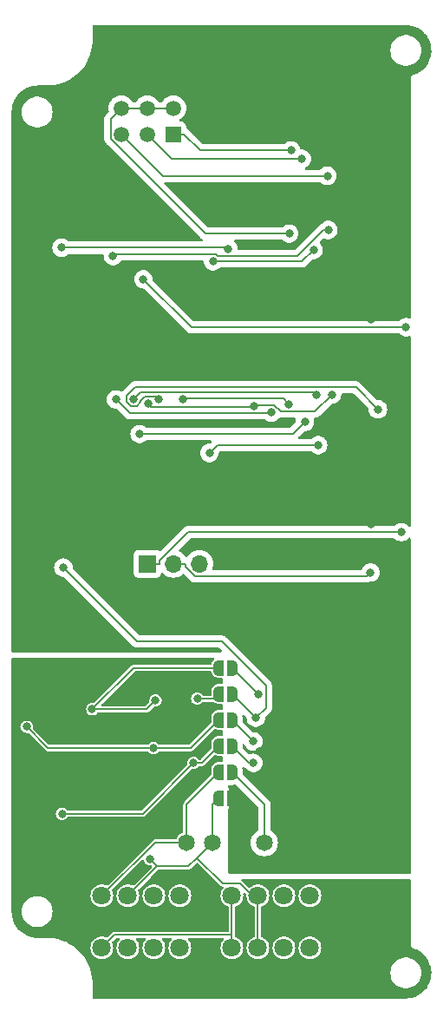
<source format=gbr>
%TF.GenerationSoftware,KiCad,Pcbnew,8.0.6-8.0.6-0~ubuntu24.04.1*%
%TF.CreationDate,2024-12-11T21:38:52+03:00*%
%TF.ProjectId,PM-ESPC3,504d2d45-5350-4433-932e-6b696361645f,rev?*%
%TF.SameCoordinates,Original*%
%TF.FileFunction,Copper,L2,Bot*%
%TF.FilePolarity,Positive*%
%FSLAX46Y46*%
G04 Gerber Fmt 4.6, Leading zero omitted, Abs format (unit mm)*
G04 Created by KiCad (PCBNEW 8.0.6-8.0.6-0~ubuntu24.04.1) date 2024-12-11 21:38:52*
%MOMM*%
%LPD*%
G01*
G04 APERTURE LIST*
G04 Aperture macros list*
%AMFreePoly0*
4,1,19,0.500000,-0.750000,0.000000,-0.750000,0.000000,-0.744911,-0.071157,-0.744911,-0.207708,-0.704816,-0.327430,-0.627875,-0.420627,-0.520320,-0.479746,-0.390866,-0.500000,-0.250000,-0.500000,0.250000,-0.479746,0.390866,-0.420627,0.520320,-0.327430,0.627875,-0.207708,0.704816,-0.071157,0.744911,0.000000,0.744911,0.000000,0.750000,0.500000,0.750000,0.500000,-0.750000,0.500000,-0.750000,
$1*%
%AMFreePoly1*
4,1,19,0.000000,0.744911,0.071157,0.744911,0.207708,0.704816,0.327430,0.627875,0.420627,0.520320,0.479746,0.390866,0.500000,0.250000,0.500000,-0.250000,0.479746,-0.390866,0.420627,-0.520320,0.327430,-0.627875,0.207708,-0.704816,0.071157,-0.744911,0.000000,-0.744911,0.000000,-0.750000,-0.500000,-0.750000,-0.500000,0.750000,0.000000,0.750000,0.000000,0.744911,0.000000,0.744911,
$1*%
G04 Aperture macros list end*
%TA.AperFunction,ComponentPad*%
%ADD10R,1.500000X1.500000*%
%TD*%
%TA.AperFunction,ComponentPad*%
%ADD11C,1.500000*%
%TD*%
%TA.AperFunction,ComponentPad*%
%ADD12O,1.000000X1.700000*%
%TD*%
%TA.AperFunction,ComponentPad*%
%ADD13C,1.800000*%
%TD*%
%TA.AperFunction,ComponentPad*%
%ADD14C,1.650000*%
%TD*%
%TA.AperFunction,ComponentPad*%
%ADD15R,1.700000X1.700000*%
%TD*%
%TA.AperFunction,ComponentPad*%
%ADD16O,1.700000X1.700000*%
%TD*%
%TA.AperFunction,SMDPad,CuDef*%
%ADD17FreePoly0,0.000000*%
%TD*%
%TA.AperFunction,SMDPad,CuDef*%
%ADD18FreePoly1,0.000000*%
%TD*%
%TA.AperFunction,SMDPad,CuDef*%
%ADD19FreePoly0,180.000000*%
%TD*%
%TA.AperFunction,SMDPad,CuDef*%
%ADD20FreePoly1,180.000000*%
%TD*%
%TA.AperFunction,ViaPad*%
%ADD21C,0.800000*%
%TD*%
%TA.AperFunction,Conductor*%
%ADD22C,0.200000*%
%TD*%
G04 APERTURE END LIST*
D10*
%TO.P,SW4,1*%
%TO.N,/SCK*%
X-12700000Y36830000D03*
D11*
%TO.P,SW4,2*%
%TO.N,/MISO*%
X-15240000Y36830000D03*
%TO.P,SW4,3*%
%TO.N,/MOSI*%
X-17780000Y36830000D03*
%TO.P,SW4,4*%
%TO.N,Net-(R6-Pad2)*%
X-12700000Y39370000D03*
%TO.P,SW4,5*%
X-15240000Y39370000D03*
%TO.P,SW4,6*%
X-17780000Y39370000D03*
%TD*%
D12*
%TO.P,J1,5,GND*%
%TO.N,GND*%
X2825029Y45202208D03*
X-2824973Y45202208D03*
%TD*%
D13*
%TO.P,XG1,1,Pin_1*%
%TO.N,+5V_ISO*%
X-19685000Y-37465000D03*
X-19685000Y-42545000D03*
%TO.P,XG1,2,Pin_2*%
%TO.N,GND_ISO*%
X-17145000Y-37465000D03*
X-17145000Y-42545000D03*
%TO.P,XG1,3,Pin_3*%
%TO.N,/A*%
X-14605000Y-37465000D03*
%TO.P,XG1,4,Pin_4*%
%TO.N,/B*%
X-12065000Y-37465000D03*
%TO.P,XG1,5,Pin_5*%
%TO.N,PE*%
X-9525000Y-37465000D03*
X-9525000Y-42545000D03*
%TO.P,XG1,6,Pin_6*%
%TO.N,+5V_ISO*%
X-6985000Y-37465000D03*
X-6985000Y-42545000D03*
%TO.P,XG1,7,Pin_7*%
%TO.N,GND_ISO*%
X-4445000Y-37465000D03*
X-4445000Y-42545000D03*
%TO.P,XG1,8,Pin_8*%
%TO.N,/A*%
X-1905000Y-37465000D03*
%TO.P,XG1,9,Pin_9*%
%TO.N,/B*%
X635000Y-37465000D03*
%TO.P,XG1,10,Pin_10*%
%TO.N,PE*%
X3175000Y-37465000D03*
X3175000Y-42545000D03*
%TO.P,XG1,13*%
%TO.N,N/C*%
X-14605000Y-42545000D03*
%TO.P,XG1,14*%
X-12065000Y-42545000D03*
%TO.P,XG1,18*%
X-1905000Y-42545000D03*
%TO.P,XG1,19*%
X635000Y-42545000D03*
%TD*%
D14*
%TO.P,PS1,1,GND*%
%TO.N,+5V_ISO*%
X-11430000Y-32280000D03*
%TO.P,PS1,2,VIN*%
%TO.N,GND_ISO*%
X-8890000Y-32280000D03*
%TO.P,PS1,3,0V*%
%TO.N,GND*%
X-6350000Y-32280000D03*
%TO.P,PS1,4,+VO*%
%TO.N,Net-(J3-Pin_3)*%
X-3810000Y-32280000D03*
%TD*%
D15*
%TO.P,J3,1,Pin_1*%
%TO.N,Net-(J1-VBUS)*%
X-15240000Y-5080000D03*
D16*
%TO.P,J3,2,Pin_2*%
%TO.N,+5V*%
X-12700000Y-5080000D03*
%TO.P,J3,3,Pin_3*%
%TO.N,Net-(J3-Pin_3)*%
X-10160000Y-5080000D03*
%TD*%
D17*
%TO.P,JP5,1,A*%
%TO.N,GND_ISO*%
X-8270000Y-27940000D03*
D18*
%TO.P,JP5,2,B*%
%TO.N,GND*%
X-6970000Y-27940000D03*
%TD*%
D19*
%TO.P,JP4,1,A*%
%TO.N,+3.3V*%
X-6970000Y-22860000D03*
D20*
%TO.P,JP4,2,B*%
%TO.N,+3.3V_ISO*%
X-8270000Y-22860000D03*
%TD*%
D19*
%TO.P,JP2,1,A*%
%TO.N,/UART_RX*%
X-6970000Y-15240000D03*
D20*
%TO.P,JP2,2,B*%
%TO.N,/UART_RX_ISO*%
X-8270000Y-15240000D03*
%TD*%
D19*
%TO.P,JP1,1,A*%
%TO.N,/UART_TX*%
X-6970000Y-20320000D03*
D20*
%TO.P,JP1,2,B*%
%TO.N,/UART_TX_ISO*%
X-8270000Y-20320000D03*
%TD*%
D17*
%TO.P,JP6,1,A*%
%TO.N,+5V_ISO*%
X-8270000Y-25400000D03*
D18*
%TO.P,JP6,2,B*%
%TO.N,Net-(J3-Pin_3)*%
X-6970000Y-25400000D03*
%TD*%
D19*
%TO.P,JP3,1,A*%
%TO.N,/UART_RTS*%
X-6970000Y-17780000D03*
D20*
%TO.P,JP3,2,B*%
%TO.N,/UART_RTS_ISO*%
X-8270000Y-17780000D03*
%TD*%
D21*
%TO.N,/EN*%
X-3131800Y9677500D03*
X-18304500Y10959700D03*
%TO.N,GND*%
X-11173600Y14643600D03*
X-26642400Y33186300D03*
X-3972000Y-15066000D03*
X4102500Y-26917000D03*
X3100000Y41239600D03*
X6614000Y1223100D03*
X-25400000Y-10428000D03*
X2934100Y5193500D03*
X6614000Y18765400D03*
X-15240000Y-10457000D03*
X-3100000Y41240400D03*
X-20320000Y2238900D03*
X-1299900Y43805900D03*
X6614000Y-1223100D03*
X-12700000Y-10286000D03*
X2925800Y-14909000D03*
X-26962500Y-996000D03*
X-16510000Y16806200D03*
X6614000Y38765700D03*
X6614000Y21234600D03*
X4102500Y-28977000D03*
X4111900Y24554400D03*
X-19166600Y-12690000D03*
X-3114500Y-8356000D03*
X-26646600Y2471400D03*
X-4273000Y-23405000D03*
X-17780000Y4789200D03*
X6962000Y-18759900D03*
X-15410000Y20961100D03*
%TO.N,Net-(R4-Pad2)*%
X-23618000Y25760500D03*
X-7331100Y25664300D03*
%TO.N,/SCL*%
X-16576900Y11012400D03*
X1274200Y11394700D03*
%TO.N,/SDA*%
X-15998500Y7581500D03*
X136000Y8754000D03*
%TO.N,/USB_D+*%
X-15635600Y22680600D03*
X10030700Y18000000D03*
%TO.N,+5V*%
X6557100Y-5932000D03*
%TO.N,+3.3V*%
X-4879900Y-24503000D03*
X-15173400Y10535300D03*
X-4810100Y10320000D03*
X2786600Y11443600D03*
%TO.N,/SCK*%
X-1202200Y35266600D03*
%TO.N,/CS0*%
X-8819500Y24430200D03*
X997500Y25551600D03*
%TO.N,/MOSI*%
X2343900Y32770700D03*
%TO.N,/MISO*%
X-151900Y34435400D03*
%TO.N,/CS1*%
X2437200Y27499200D03*
X-18605100Y24960400D03*
%TO.N,Net-(R6-Pad2)*%
X-1378700Y27138000D03*
%TO.N,/UART_RX*%
X-4414300Y-17796000D03*
%TO.N,/UART_TX*%
X-4879900Y-22410000D03*
%TO.N,/INT*%
X7273200Y10000000D03*
X-14097400Y10961300D03*
%TO.N,/CS2*%
X-11802700Y10954100D03*
X-1401400Y10472700D03*
%TO.N,/CS3*%
X-9176000Y5740800D03*
X1445900Y6500000D03*
%TO.N,+3.3V_ISO*%
X-10738800Y-24503000D03*
X-23573600Y-29461000D03*
%TO.N,GND_ISO*%
X-15002200Y-33896000D03*
%TO.N,/UART_RX_ISO*%
X-14438900Y-18409000D03*
X-20616900Y-19273000D03*
%TO.N,/UART_TX_ISO*%
X-27035800Y-20975000D03*
X-14640200Y-23053000D03*
%TO.N,/UART_RTS_ISO*%
X-10367900Y-18249000D03*
%TO.N,/UART_RTS*%
X-4642400Y-20108000D03*
X-23445800Y-5454000D03*
%TO.N,Net-(J1-VBUS)*%
X9557400Y-2000000D03*
%TD*%
D22*
%TO.N,/EN*%
X-16961500Y9616700D02*
X-3192600Y9616700D01*
X-18304500Y10959700D02*
X-16961500Y9616700D01*
X-3192600Y9616700D02*
X-3131800Y9677500D01*
%TO.N,Net-(R4-Pad2)*%
X-23618000Y25760500D02*
X-7427300Y25760500D01*
X-7427300Y25760500D02*
X-7331100Y25664300D01*
%TO.N,/SCL*%
X-16576900Y11012400D02*
X-15924700Y11664600D01*
X1004300Y11664600D02*
X1274200Y11394700D01*
X-15924700Y11664600D02*
X1004300Y11664600D01*
%TO.N,/SDA*%
X-1036500Y7581500D02*
X-15998500Y7581500D01*
X136000Y8754000D02*
X-1036500Y7581500D01*
%TO.N,/USB_D+*%
X10030700Y18000000D02*
X-10955000Y18000000D01*
X-10955000Y18000000D02*
X-15635600Y22680600D01*
%TO.N,+5V*%
X6557100Y-5932000D02*
X6203400Y-6286000D01*
X-11548300Y-5348000D02*
X-11548300Y-5080000D01*
X6203400Y-6286000D02*
X-10610800Y-6286000D01*
X-10610800Y-6286000D02*
X-11548300Y-5348000D01*
X-11548300Y-5080000D02*
X-12700000Y-5080000D01*
%TO.N,+3.3V*%
X1103700Y9760700D02*
X-2222400Y9760700D01*
X-2847100Y10385400D02*
X-4744700Y10385400D01*
X2786600Y11443600D02*
X1103700Y9760700D01*
X-15173400Y10535300D02*
X-14883100Y10245000D01*
X-4885100Y10245000D02*
X-4810100Y10320000D01*
X-14883100Y10245000D02*
X-4885100Y10245000D01*
X-2222400Y9760700D02*
X-2847100Y10385400D01*
X-6970000Y-22860000D02*
X-5326900Y-24503000D01*
X-4744700Y10385400D02*
X-4810100Y10320000D01*
X-5326900Y-24503000D02*
X-4879900Y-24503000D01*
%TO.N,/SCK*%
X-10084900Y35266600D02*
X-1202200Y35266600D01*
X-12700000Y36830000D02*
X-11648300Y36830000D01*
X-11648300Y36830000D02*
X-10084900Y35266600D01*
%TO.N,/CS0*%
X-123900Y24430200D02*
X-8819500Y24430200D01*
X997500Y25551600D02*
X-123900Y24430200D01*
%TO.N,/MOSI*%
X2343900Y32770700D02*
X-13720700Y32770700D01*
X-13720700Y32770700D02*
X-17780000Y36830000D01*
%TO.N,/MISO*%
X-12845400Y34435400D02*
X-151900Y34435400D01*
X-15240000Y36830000D02*
X-12845400Y34435400D01*
%TO.N,/CS1*%
X-8528900Y25131900D02*
X-18433600Y25131900D01*
X1952900Y27499200D02*
X-584400Y24961900D01*
X2437200Y27499200D02*
X1952900Y27499200D01*
X-8358900Y24961900D02*
X-8528900Y25131900D01*
X-584400Y24961900D02*
X-8358900Y24961900D01*
X-18433600Y25131900D02*
X-18605100Y24960400D01*
%TO.N,Net-(J3-Pin_3)*%
X-3810000Y-28560000D02*
X-3810000Y-32280000D01*
X-6970000Y-25400000D02*
X-3810000Y-28560000D01*
%TO.N,Net-(R6-Pad2)*%
X-9590500Y27138000D02*
X-18832800Y36380300D01*
X-1378700Y27138000D02*
X-9590500Y27138000D01*
X-18832800Y38317200D02*
X-17780000Y39370000D01*
X-15240000Y39370000D02*
X-12700000Y39370000D01*
X-17780000Y39370000D02*
X-15240000Y39370000D01*
X-18832800Y36380300D02*
X-18832800Y38317200D01*
%TO.N,/UART_RX*%
X-6970000Y-15240000D02*
X-4414300Y-17796000D01*
%TO.N,/UART_TX*%
X-6970000Y-20320000D02*
X-4879900Y-22410000D01*
%TO.N,/INT*%
X-15875200Y10721800D02*
X-15875200Y10850000D01*
X-17278600Y11302900D02*
X-17278600Y10721900D01*
X5127900Y12145300D02*
X-16436200Y12145300D01*
X-14397500Y11261400D02*
X-14097400Y10961300D01*
X-16436200Y12145300D02*
X-17278600Y11302900D01*
X-16286300Y10310700D02*
X-15875200Y10721800D01*
X-15875200Y10850000D02*
X-15463800Y11261400D01*
X-15463800Y11261400D02*
X-14397500Y11261400D01*
X7273200Y10000000D02*
X5127900Y12145300D01*
X-16867400Y10310700D02*
X-16286300Y10310700D01*
X-17278600Y10721900D02*
X-16867400Y10310700D01*
%TO.N,/CS2*%
X-1401400Y10472700D02*
X-1978100Y11049400D01*
X-1978100Y11049400D02*
X-11707400Y11049400D01*
X-11707400Y11049400D02*
X-11802700Y10954100D01*
%TO.N,/CS3*%
X-8416800Y6500000D02*
X-9176000Y5740800D01*
X1445900Y6500000D02*
X-8416800Y6500000D01*
%TO.N,+3.3V_ISO*%
X-15697000Y-29461000D02*
X-23573600Y-29461000D01*
X-10738800Y-24503000D02*
X-15697000Y-29461000D01*
X-9913100Y-24503000D02*
X-10738800Y-24503000D01*
X-8270000Y-22860000D02*
X-9913100Y-24503000D01*
%TO.N,GND_ISO*%
X-14289200Y-34609000D02*
X-17145000Y-37465000D01*
X-8890000Y-32280000D02*
X-10386800Y-33777000D01*
X-8890000Y-28560000D02*
X-8890000Y-32280000D01*
X-7900400Y-36263000D02*
X-10386800Y-33777000D01*
X-6209600Y-36263000D02*
X-7900400Y-36263000D01*
X-10386800Y-33777000D02*
X-11219200Y-34609000D01*
X-11219200Y-34609000D02*
X-14289200Y-34609000D01*
X-4445000Y-42545000D02*
X-4445000Y-37465000D01*
X-4445000Y-37465000D02*
X-5007900Y-37465000D01*
X-14289200Y-34609000D02*
X-15002200Y-33896000D01*
X-8270000Y-27940000D02*
X-8890000Y-28560000D01*
X-5007900Y-37465000D02*
X-6209600Y-36263000D01*
%TO.N,/UART_RX_ISO*%
X-8270000Y-15240000D02*
X-16584100Y-15240000D01*
X-20616900Y-19273000D02*
X-15303000Y-19273000D01*
X-16584100Y-15240000D02*
X-20616900Y-19273000D01*
X-15303000Y-19273000D02*
X-14438900Y-18409000D01*
%TO.N,/UART_TX_ISO*%
X-14640200Y-23053000D02*
X-24957400Y-23053000D01*
X-8270000Y-20320000D02*
X-11003100Y-23053000D01*
X-24957400Y-23053000D02*
X-27035800Y-20975000D01*
X-11003100Y-23053000D02*
X-14640200Y-23053000D01*
%TO.N,+5V_ISO*%
X-14500000Y-32280000D02*
X-19685000Y-37465000D01*
X-11430000Y-32280000D02*
X-14500000Y-32280000D01*
X-6985000Y-42545000D02*
X-6985000Y-41275000D01*
X-6985000Y-41275000D02*
X-6985000Y-37465000D01*
X-18415000Y-41275000D02*
X-19685000Y-42545000D01*
X-6985000Y-41275000D02*
X-18415000Y-41275000D01*
X-11430000Y-28560000D02*
X-11430000Y-32280000D01*
X-8270000Y-25400000D02*
X-11430000Y-28560000D01*
%TO.N,/UART_RTS_ISO*%
X-10367900Y-18249000D02*
X-8739400Y-18249000D01*
X-8739400Y-18249000D02*
X-8270000Y-17780000D01*
%TO.N,/UART_RTS*%
X-23445800Y-5454000D02*
X-16226200Y-12673000D01*
X-3671200Y-19136000D02*
X-4642400Y-20108000D01*
X-6970000Y-17780000D02*
X-4642400Y-20108000D01*
X-7968300Y-12673000D02*
X-3671200Y-16970000D01*
X-3671200Y-16970000D02*
X-3671200Y-19136000D01*
X-16226200Y-12673000D02*
X-7968300Y-12673000D01*
%TO.N,Net-(J1-VBUS)*%
X-11296200Y-2000000D02*
X-14088300Y-4792000D01*
X9557400Y-2000000D02*
X-11296200Y-2000000D01*
X-14088300Y-4792000D02*
X-14088300Y-5080000D01*
X-14088300Y-5080000D02*
X-15240000Y-5080000D01*
%TD*%
%TA.AperFunction,Conductor*%
%TO.N,PE*%
G36*
X-8733393Y-14243685D02*
G01*
X-8687638Y-14296489D01*
X-8677694Y-14365647D01*
X-8706719Y-14429203D01*
X-8719229Y-14441712D01*
X-8756104Y-14473664D01*
X-8756107Y-14473667D01*
X-8850251Y-14582315D01*
X-8850262Y-14582331D01*
X-8881879Y-14631527D01*
X-8881888Y-14631543D01*
X-8941607Y-14762310D01*
X-8958088Y-14818438D01*
X-8958090Y-14818443D01*
X-8960203Y-14833147D01*
X-8989228Y-14896703D01*
X-9048006Y-14934477D01*
X-9082941Y-14939500D01*
X-16536935Y-14939500D01*
X-16536952Y-14939499D01*
X-16544545Y-14939499D01*
X-16584107Y-14939500D01*
X-16623668Y-14939500D01*
X-16624510Y-14939636D01*
X-16627265Y-14940464D01*
X-16676450Y-14953644D01*
X-16676452Y-14953645D01*
X-16698292Y-14959497D01*
X-16699978Y-14959921D01*
X-16700082Y-14959973D01*
X-16727131Y-14975590D01*
X-16750256Y-14988942D01*
X-16750258Y-14988942D01*
X-16765386Y-14997677D01*
X-16767020Y-14998556D01*
X-16768614Y-14999541D01*
X-16768621Y-14999548D01*
X-16806299Y-15037227D01*
X-16817489Y-15048417D01*
X-16817503Y-15048429D01*
X-20413991Y-18645096D01*
X-20475313Y-18678583D01*
X-20517858Y-18680356D01*
X-20616897Y-18667318D01*
X-20616901Y-18667318D01*
X-20773661Y-18687955D01*
X-20773663Y-18687956D01*
X-20919740Y-18748463D01*
X-21045182Y-18844718D01*
X-21141437Y-18970160D01*
X-21201944Y-19116237D01*
X-21201945Y-19116239D01*
X-21222582Y-19272998D01*
X-21222582Y-19273001D01*
X-21201945Y-19429760D01*
X-21201944Y-19429762D01*
X-21150886Y-19553028D01*
X-21141436Y-19575841D01*
X-21045182Y-19701282D01*
X-20919741Y-19797536D01*
X-20773662Y-19858044D01*
X-20695281Y-19868363D01*
X-20616901Y-19878682D01*
X-20616900Y-19878682D01*
X-20616899Y-19878682D01*
X-20564646Y-19871802D01*
X-20460138Y-19858044D01*
X-20314059Y-19797536D01*
X-20188618Y-19701282D01*
X-20127794Y-19622013D01*
X-20071366Y-19580811D01*
X-20029418Y-19573500D01*
X-15303018Y-19573500D01*
X-15303017Y-19573500D01*
X-15263455Y-19573502D01*
X-15263452Y-19573500D01*
X-15263441Y-19573501D01*
X-15263398Y-19573495D01*
X-15262656Y-19573290D01*
X-15252130Y-19570469D01*
X-15224396Y-19563038D01*
X-15224394Y-19563036D01*
X-15190787Y-19554034D01*
X-15186647Y-19553067D01*
X-15186149Y-19552807D01*
X-15181868Y-19550051D01*
X-15153377Y-19533602D01*
X-15121651Y-19515287D01*
X-15118254Y-19513460D01*
X-15118216Y-19513431D01*
X-15115156Y-19510127D01*
X-15092462Y-19487433D01*
X-15092461Y-19487430D01*
X-14641865Y-19036886D01*
X-14580542Y-19003406D01*
X-14538006Y-19001635D01*
X-14438901Y-19014682D01*
X-14438900Y-19014682D01*
X-14438899Y-19014682D01*
X-14353250Y-19003406D01*
X-14282138Y-18994044D01*
X-14136059Y-18933536D01*
X-14010618Y-18837282D01*
X-13914364Y-18711841D01*
X-13853856Y-18565762D01*
X-13833218Y-18409000D01*
X-13833645Y-18405760D01*
X-13853856Y-18252239D01*
X-13853856Y-18252238D01*
X-13914364Y-18106159D01*
X-14010618Y-17980718D01*
X-14136059Y-17884464D01*
X-14282138Y-17823956D01*
X-14282140Y-17823955D01*
X-14438899Y-17803318D01*
X-14438901Y-17803318D01*
X-14595661Y-17823955D01*
X-14595663Y-17823956D01*
X-14741740Y-17884463D01*
X-14867182Y-17980718D01*
X-14963437Y-18106160D01*
X-15023944Y-18252237D01*
X-15023945Y-18252239D01*
X-15044582Y-18408998D01*
X-15044582Y-18409002D01*
X-15031547Y-18508019D01*
X-15042313Y-18577054D01*
X-15066810Y-18611889D01*
X-15391143Y-18936186D01*
X-15452468Y-18969668D01*
X-15478819Y-18972500D01*
X-19592102Y-18972500D01*
X-19659141Y-18952815D01*
X-19704896Y-18900011D01*
X-19714840Y-18830853D01*
X-19685815Y-18767297D01*
X-19679785Y-18760821D01*
X-16495943Y-15576821D01*
X-16434621Y-15543334D01*
X-16408260Y-15540500D01*
X-9082941Y-15540500D01*
X-9015902Y-15560185D01*
X-8970147Y-15612989D01*
X-8960203Y-15646853D01*
X-8958090Y-15661556D01*
X-8958088Y-15661561D01*
X-8941607Y-15717689D01*
X-8881888Y-15848456D01*
X-8881879Y-15848472D01*
X-8850262Y-15897668D01*
X-8850251Y-15897684D01*
X-8778071Y-15980983D01*
X-8756105Y-16006334D01*
X-8711900Y-16044638D01*
X-8711899Y-16044639D01*
X-8590951Y-16122368D01*
X-8590949Y-16122368D01*
X-8590945Y-16122371D01*
X-8537740Y-16146669D01*
X-8399785Y-16187176D01*
X-8341889Y-16195500D01*
X-8341886Y-16195500D01*
X-7998000Y-16195500D01*
X-7930961Y-16215185D01*
X-7885206Y-16267989D01*
X-7874000Y-16319500D01*
X-7874000Y-16700500D01*
X-7893685Y-16767539D01*
X-7946489Y-16813294D01*
X-7998000Y-16824500D01*
X-8341891Y-16824500D01*
X-8399778Y-16832822D01*
X-8399790Y-16832825D01*
X-8537740Y-16873331D01*
X-8590945Y-16897629D01*
X-8590951Y-16897631D01*
X-8711899Y-16975360D01*
X-8711900Y-16975361D01*
X-8756108Y-17013669D01*
X-8850251Y-17122315D01*
X-8850262Y-17122331D01*
X-8881879Y-17171527D01*
X-8881888Y-17171543D01*
X-8941607Y-17302310D01*
X-8958088Y-17358438D01*
X-8958090Y-17358443D01*
X-8978550Y-17500754D01*
X-8978550Y-17559244D01*
X-8976762Y-17571680D01*
X-8975500Y-17589327D01*
X-8975500Y-17824500D01*
X-8995185Y-17891539D01*
X-9047989Y-17937294D01*
X-9099500Y-17948500D01*
X-9780418Y-17948500D01*
X-9847457Y-17928815D01*
X-9878794Y-17899986D01*
X-9885276Y-17891539D01*
X-9939618Y-17820718D01*
X-10065059Y-17724464D01*
X-10211138Y-17663956D01*
X-10211140Y-17663955D01*
X-10367899Y-17643318D01*
X-10367901Y-17643318D01*
X-10524661Y-17663955D01*
X-10524663Y-17663956D01*
X-10670740Y-17724463D01*
X-10796182Y-17820718D01*
X-10892437Y-17946160D01*
X-10952944Y-18092237D01*
X-10952945Y-18092239D01*
X-10973582Y-18248998D01*
X-10973582Y-18249001D01*
X-10952945Y-18405760D01*
X-10952944Y-18405762D01*
X-10892436Y-18551841D01*
X-10796182Y-18677282D01*
X-10670741Y-18773536D01*
X-10524662Y-18834044D01*
X-10446281Y-18844363D01*
X-10367901Y-18854682D01*
X-10367900Y-18854682D01*
X-10367899Y-18854682D01*
X-10292216Y-18844718D01*
X-10211138Y-18834044D01*
X-10065059Y-18773536D01*
X-9939618Y-18677282D01*
X-9878794Y-18598013D01*
X-9822366Y-18556811D01*
X-9780418Y-18549500D01*
X-8798701Y-18549500D01*
X-8731662Y-18569185D01*
X-8717497Y-18579788D01*
X-8711899Y-18584639D01*
X-8590951Y-18662368D01*
X-8590949Y-18662368D01*
X-8590945Y-18662371D01*
X-8537740Y-18686669D01*
X-8399785Y-18727176D01*
X-8341889Y-18735500D01*
X-8341886Y-18735500D01*
X-7998000Y-18735500D01*
X-7930961Y-18755185D01*
X-7885206Y-18807989D01*
X-7874000Y-18859500D01*
X-7874000Y-19240500D01*
X-7893685Y-19307539D01*
X-7946489Y-19353294D01*
X-7998000Y-19364500D01*
X-8341891Y-19364500D01*
X-8399778Y-19372822D01*
X-8399790Y-19372825D01*
X-8537740Y-19413331D01*
X-8590945Y-19437629D01*
X-8590951Y-19437631D01*
X-8711899Y-19515360D01*
X-8711900Y-19515361D01*
X-8732942Y-19533595D01*
X-8755413Y-19553067D01*
X-8756108Y-19553669D01*
X-8850251Y-19662315D01*
X-8850262Y-19662331D01*
X-8881879Y-19711527D01*
X-8881888Y-19711543D01*
X-8941607Y-19842310D01*
X-8958088Y-19898438D01*
X-8958090Y-19898443D01*
X-8978550Y-20040754D01*
X-8978550Y-20099244D01*
X-8976762Y-20111680D01*
X-8975500Y-20129327D01*
X-8975500Y-20510673D01*
X-8976762Y-20528319D01*
X-8978550Y-20540753D01*
X-8978550Y-20552195D01*
X-8998235Y-20619234D01*
X-9014870Y-20639878D01*
X-11091250Y-22716183D01*
X-11152574Y-22749667D01*
X-11178930Y-22752500D01*
X-14052718Y-22752500D01*
X-14119757Y-22732815D01*
X-14151094Y-22703986D01*
X-14211917Y-22624719D01*
X-14211918Y-22624718D01*
X-14337359Y-22528464D01*
X-14483438Y-22467956D01*
X-14483440Y-22467955D01*
X-14640199Y-22447318D01*
X-14640201Y-22447318D01*
X-14796961Y-22467955D01*
X-14796963Y-22467956D01*
X-14943040Y-22528463D01*
X-15068484Y-22624719D01*
X-15129306Y-22703986D01*
X-15185734Y-22745189D01*
X-15227682Y-22752500D01*
X-24781589Y-22752500D01*
X-24848628Y-22732815D01*
X-24869262Y-22716190D01*
X-26407884Y-21177864D01*
X-26441375Y-21116544D01*
X-26443150Y-21073989D01*
X-26430118Y-20975001D01*
X-26430118Y-20974998D01*
X-26450756Y-20818239D01*
X-26450756Y-20818238D01*
X-26511264Y-20672159D01*
X-26607518Y-20546718D01*
X-26732959Y-20450464D01*
X-26879038Y-20389956D01*
X-26879040Y-20389955D01*
X-27035799Y-20369318D01*
X-27035801Y-20369318D01*
X-27192561Y-20389955D01*
X-27192563Y-20389956D01*
X-27338640Y-20450463D01*
X-27464082Y-20546718D01*
X-27560337Y-20672160D01*
X-27620844Y-20818237D01*
X-27620845Y-20818239D01*
X-27641482Y-20974998D01*
X-27641482Y-20975001D01*
X-27620845Y-21131760D01*
X-27620844Y-21131762D01*
X-27564755Y-21267174D01*
X-27560336Y-21277841D01*
X-27464082Y-21403282D01*
X-27338641Y-21499536D01*
X-27192562Y-21560044D01*
X-27114181Y-21570363D01*
X-27035801Y-21580682D01*
X-27035800Y-21580682D01*
X-26936670Y-21567631D01*
X-26867635Y-21578396D01*
X-26832812Y-21602880D01*
X-25167917Y-23267454D01*
X-25167918Y-23267454D01*
X-25167909Y-23267462D01*
X-25141889Y-23293482D01*
X-25141824Y-23293531D01*
X-25140795Y-23294109D01*
X-25105494Y-23314485D01*
X-25105487Y-23314492D01*
X-25105486Y-23314490D01*
X-25105484Y-23314491D01*
X-25074010Y-23332663D01*
X-25073305Y-23333077D01*
X-25073274Y-23333090D01*
X-25071439Y-23333547D01*
X-25047066Y-23340075D01*
X-25031787Y-23344168D01*
X-25031770Y-23344172D01*
X-24996968Y-23353499D01*
X-24996964Y-23353499D01*
X-24996962Y-23353500D01*
X-24996961Y-23353500D01*
X-24996935Y-23353503D01*
X-24996933Y-23353504D01*
X-24996933Y-23353503D01*
X-24996932Y-23353504D01*
X-24957371Y-23353500D01*
X-15227682Y-23353500D01*
X-15160643Y-23373185D01*
X-15129308Y-23402013D01*
X-15068482Y-23481282D01*
X-14943041Y-23577536D01*
X-14796962Y-23638044D01*
X-14718581Y-23648363D01*
X-14640201Y-23658682D01*
X-14640200Y-23658682D01*
X-14640199Y-23658682D01*
X-14587946Y-23651802D01*
X-14483438Y-23638044D01*
X-14337359Y-23577536D01*
X-14211918Y-23481282D01*
X-14151094Y-23402013D01*
X-14094666Y-23360811D01*
X-14052718Y-23353500D01*
X-11003106Y-23353500D01*
X-10963544Y-23353501D01*
X-10963540Y-23353500D01*
X-10963538Y-23353500D01*
X-10904509Y-23337683D01*
X-10890933Y-23334045D01*
X-10887493Y-23333241D01*
X-10887113Y-23333021D01*
X-10887111Y-23333021D01*
X-10855316Y-23314663D01*
X-10818593Y-23293464D01*
X-8744684Y-21219630D01*
X-8683363Y-21186148D01*
X-8613671Y-21191134D01*
X-8594967Y-21200496D01*
X-8594831Y-21200249D01*
X-8590956Y-21202364D01*
X-8590945Y-21202371D01*
X-8537740Y-21226669D01*
X-8399785Y-21267176D01*
X-8341889Y-21275500D01*
X-8341886Y-21275500D01*
X-7998000Y-21275500D01*
X-7930961Y-21295185D01*
X-7885206Y-21347989D01*
X-7874000Y-21399500D01*
X-7874000Y-21780500D01*
X-7893685Y-21847539D01*
X-7946489Y-21893294D01*
X-7998000Y-21904500D01*
X-8341891Y-21904500D01*
X-8399778Y-21912822D01*
X-8399790Y-21912825D01*
X-8537740Y-21953331D01*
X-8590945Y-21977629D01*
X-8590951Y-21977631D01*
X-8711899Y-22055360D01*
X-8711900Y-22055361D01*
X-8756108Y-22093669D01*
X-8850251Y-22202315D01*
X-8850262Y-22202331D01*
X-8881879Y-22251527D01*
X-8881888Y-22251543D01*
X-8941607Y-22382310D01*
X-8958088Y-22438438D01*
X-8958090Y-22438443D01*
X-8978550Y-22580754D01*
X-8978550Y-22639244D01*
X-8976762Y-22651680D01*
X-8975500Y-22669327D01*
X-8975500Y-23050673D01*
X-8976762Y-23068319D01*
X-8978550Y-23080753D01*
X-8978550Y-23092182D01*
X-8998235Y-23159221D01*
X-9014871Y-23179866D01*
X-10001248Y-24166184D01*
X-10062573Y-24199667D01*
X-10088927Y-24202500D01*
X-10151318Y-24202500D01*
X-10218357Y-24182815D01*
X-10249694Y-24153986D01*
X-10310517Y-24074719D01*
X-10420868Y-23990044D01*
X-10435959Y-23978464D01*
X-10582038Y-23917956D01*
X-10582040Y-23917955D01*
X-10738799Y-23897318D01*
X-10738801Y-23897318D01*
X-10895561Y-23917955D01*
X-10895563Y-23917956D01*
X-11041640Y-23978463D01*
X-11167082Y-24074718D01*
X-11263337Y-24200160D01*
X-11323844Y-24346237D01*
X-11323845Y-24346239D01*
X-11344482Y-24502998D01*
X-11344482Y-24503001D01*
X-11331443Y-24602046D01*
X-11342209Y-24671082D01*
X-11366703Y-24705914D01*
X-15785149Y-29124183D01*
X-15846472Y-29157667D01*
X-15872828Y-29160500D01*
X-22986118Y-29160500D01*
X-23053157Y-29140815D01*
X-23084494Y-29111986D01*
X-23145317Y-29032719D01*
X-23191717Y-28997115D01*
X-23270759Y-28936464D01*
X-23389751Y-28887176D01*
X-23416838Y-28875956D01*
X-23416840Y-28875955D01*
X-23573599Y-28855318D01*
X-23573601Y-28855318D01*
X-23730361Y-28875955D01*
X-23730363Y-28875956D01*
X-23876440Y-28936463D01*
X-24001882Y-29032718D01*
X-24098137Y-29158160D01*
X-24158644Y-29304237D01*
X-24158645Y-29304239D01*
X-24179282Y-29460998D01*
X-24179282Y-29461001D01*
X-24158645Y-29617760D01*
X-24158644Y-29617762D01*
X-24102082Y-29754316D01*
X-24098136Y-29763841D01*
X-24001882Y-29889282D01*
X-23876441Y-29985536D01*
X-23730362Y-30046044D01*
X-23651981Y-30056363D01*
X-23573601Y-30066682D01*
X-23573600Y-30066682D01*
X-23573599Y-30066682D01*
X-23521346Y-30059802D01*
X-23416838Y-30046044D01*
X-23270759Y-29985536D01*
X-23145318Y-29889282D01*
X-23084494Y-29810013D01*
X-23028066Y-29768811D01*
X-22986118Y-29761500D01*
X-15697006Y-29761500D01*
X-15657444Y-29761501D01*
X-15657440Y-29761500D01*
X-15657438Y-29761500D01*
X-15630633Y-29754317D01*
X-15630629Y-29754317D01*
X-15581018Y-29741024D01*
X-15581013Y-29741021D01*
X-15581011Y-29741021D01*
X-15547899Y-29721903D01*
X-15523355Y-29707734D01*
X-15520733Y-29706554D01*
X-15514106Y-29702459D01*
X-15512460Y-29701475D01*
X-15511014Y-29700075D01*
X-15505730Y-29695121D01*
X-15503816Y-29692786D01*
X-15487672Y-29676642D01*
X-10941740Y-25130892D01*
X-10880419Y-25097410D01*
X-10837879Y-25095638D01*
X-10738800Y-25108682D01*
X-10738799Y-25108682D01*
X-10686546Y-25101802D01*
X-10582038Y-25088044D01*
X-10435959Y-25027536D01*
X-10310518Y-24931282D01*
X-10249694Y-24852013D01*
X-10193266Y-24810811D01*
X-10151318Y-24803500D01*
X-9913109Y-24803500D01*
X-9873547Y-24803501D01*
X-9873543Y-24803500D01*
X-9873538Y-24803500D01*
X-9837586Y-24793866D01*
X-9797944Y-24783245D01*
X-9797114Y-24783030D01*
X-9796371Y-24782593D01*
X-9771146Y-24768028D01*
X-9771140Y-24768027D01*
X-9771140Y-24768026D01*
X-9739454Y-24749734D01*
X-9736835Y-24748556D01*
X-9730239Y-24744479D01*
X-9727959Y-24743116D01*
X-9726872Y-24742108D01*
X-9723746Y-24738615D01*
X-9712101Y-24726971D01*
X-8744695Y-23759623D01*
X-8683371Y-23726141D01*
X-8613680Y-23731128D01*
X-8594959Y-23740498D01*
X-8594824Y-23740252D01*
X-8590959Y-23742362D01*
X-8590945Y-23742371D01*
X-8537740Y-23766669D01*
X-8399785Y-23807176D01*
X-8341889Y-23815500D01*
X-8341886Y-23815500D01*
X-7998000Y-23815500D01*
X-7930961Y-23835185D01*
X-7885206Y-23887989D01*
X-7874000Y-23939500D01*
X-7874000Y-24320500D01*
X-7893685Y-24387539D01*
X-7946489Y-24433294D01*
X-7998000Y-24444500D01*
X-8341891Y-24444500D01*
X-8399778Y-24452822D01*
X-8399790Y-24452825D01*
X-8537740Y-24493331D01*
X-8590945Y-24517629D01*
X-8590951Y-24517631D01*
X-8711899Y-24595360D01*
X-8711900Y-24595361D01*
X-8756108Y-24633669D01*
X-8850251Y-24742315D01*
X-8850262Y-24742331D01*
X-8881879Y-24791527D01*
X-8881888Y-24791543D01*
X-8941607Y-24922310D01*
X-8958088Y-24978438D01*
X-8958090Y-24978443D01*
X-8978550Y-25120754D01*
X-8978550Y-25179244D01*
X-8976762Y-25191680D01*
X-8975500Y-25209327D01*
X-8975500Y-25590673D01*
X-8976762Y-25608319D01*
X-8978550Y-25620753D01*
X-8978550Y-25632216D01*
X-8998235Y-25699255D01*
X-9014869Y-25719897D01*
X-11614511Y-28319540D01*
X-11670459Y-28375487D01*
X-11670465Y-28375495D01*
X-11710018Y-28444004D01*
X-11710021Y-28444009D01*
X-11730500Y-28520439D01*
X-11730500Y-31207546D01*
X-11750185Y-31274585D01*
X-11802989Y-31320340D01*
X-11818503Y-31326206D01*
X-11824344Y-31327977D01*
X-12002489Y-31423198D01*
X-12002496Y-31423203D01*
X-12158648Y-31551352D01*
X-12286797Y-31707504D01*
X-12286802Y-31707511D01*
X-12382020Y-31885651D01*
X-12382024Y-31885661D01*
X-12383795Y-31891500D01*
X-12422094Y-31949937D01*
X-12485908Y-31978391D01*
X-12502454Y-31979500D01*
X-14539562Y-31979500D01*
X-14606961Y-31997559D01*
X-14615993Y-31999980D01*
X-14684273Y-32039402D01*
X-14684503Y-32039533D01*
X-14684513Y-32039541D01*
X-19083523Y-36438550D01*
X-19144846Y-36472035D01*
X-19214538Y-36467051D01*
X-19215998Y-36466496D01*
X-19288135Y-36438550D01*
X-19382544Y-36401976D01*
X-19583024Y-36364500D01*
X-19786976Y-36364500D01*
X-19987456Y-36401976D01*
X-19987459Y-36401976D01*
X-19987459Y-36401977D01*
X-20177636Y-36475651D01*
X-20177643Y-36475655D01*
X-20351040Y-36583017D01*
X-20351042Y-36583019D01*
X-20501763Y-36720418D01*
X-20624673Y-36883178D01*
X-20715578Y-37065739D01*
X-20715583Y-37065752D01*
X-20771398Y-37261917D01*
X-20790215Y-37464999D01*
X-20790215Y-37465000D01*
X-20771398Y-37668082D01*
X-20715583Y-37864247D01*
X-20715578Y-37864260D01*
X-20624673Y-38046821D01*
X-20501763Y-38209581D01*
X-20351042Y-38346980D01*
X-20351040Y-38346982D01*
X-20251859Y-38408392D01*
X-20177637Y-38454348D01*
X-19987456Y-38528024D01*
X-19786976Y-38565500D01*
X-19786974Y-38565500D01*
X-19583026Y-38565500D01*
X-19583024Y-38565500D01*
X-19382544Y-38528024D01*
X-19192363Y-38454348D01*
X-19018959Y-38346981D01*
X-18868236Y-38209579D01*
X-18745327Y-38046821D01*
X-18654418Y-37864250D01*
X-18598603Y-37668083D01*
X-18579785Y-37465000D01*
X-18598603Y-37261917D01*
X-18654418Y-37065750D01*
X-18683248Y-37007851D01*
X-18695509Y-36939066D01*
X-18668636Y-36874571D01*
X-18659939Y-36864908D01*
X-15794171Y-33999140D01*
X-15732850Y-33965657D01*
X-15663158Y-33970641D01*
X-15607225Y-34012513D01*
X-15591158Y-34045585D01*
X-15590354Y-34045253D01*
X-15587245Y-34052760D01*
X-15587244Y-34052762D01*
X-15526736Y-34198841D01*
X-15430482Y-34324282D01*
X-15305041Y-34420536D01*
X-15158962Y-34481044D01*
X-15095347Y-34489419D01*
X-15002201Y-34501682D01*
X-15002200Y-34501682D01*
X-14909056Y-34489419D01*
X-14840023Y-34500184D01*
X-14787767Y-34546564D01*
X-14768881Y-34613833D01*
X-14789361Y-34680633D01*
X-14805188Y-34700036D01*
X-16543561Y-36438531D01*
X-16604883Y-36472018D01*
X-16674574Y-36467036D01*
X-16676039Y-36466480D01*
X-16748184Y-36438531D01*
X-16842544Y-36401976D01*
X-17043024Y-36364500D01*
X-17246976Y-36364500D01*
X-17447456Y-36401976D01*
X-17447459Y-36401976D01*
X-17447459Y-36401977D01*
X-17637636Y-36475651D01*
X-17637643Y-36475655D01*
X-17811040Y-36583017D01*
X-17811042Y-36583019D01*
X-17961763Y-36720418D01*
X-18084673Y-36883178D01*
X-18175578Y-37065739D01*
X-18175583Y-37065752D01*
X-18231398Y-37261917D01*
X-18250215Y-37464999D01*
X-18250215Y-37465000D01*
X-18231398Y-37668082D01*
X-18175583Y-37864247D01*
X-18175578Y-37864260D01*
X-18084673Y-38046821D01*
X-17961763Y-38209581D01*
X-17811042Y-38346980D01*
X-17811040Y-38346982D01*
X-17711859Y-38408392D01*
X-17637637Y-38454348D01*
X-17447456Y-38528024D01*
X-17246976Y-38565500D01*
X-17246974Y-38565500D01*
X-17043026Y-38565500D01*
X-17043024Y-38565500D01*
X-16842544Y-38528024D01*
X-16652363Y-38454348D01*
X-16478959Y-38346981D01*
X-16328236Y-38209579D01*
X-16205327Y-38046821D01*
X-16114418Y-37864250D01*
X-16058603Y-37668083D01*
X-16039785Y-37465000D01*
X-16039785Y-37464999D01*
X-15710215Y-37464999D01*
X-15710215Y-37465000D01*
X-15691398Y-37668082D01*
X-15635583Y-37864247D01*
X-15635578Y-37864260D01*
X-15544673Y-38046821D01*
X-15421763Y-38209581D01*
X-15271042Y-38346980D01*
X-15271040Y-38346982D01*
X-15171859Y-38408392D01*
X-15097637Y-38454348D01*
X-14907456Y-38528024D01*
X-14706976Y-38565500D01*
X-14706974Y-38565500D01*
X-14503026Y-38565500D01*
X-14503024Y-38565500D01*
X-14302544Y-38528024D01*
X-14112363Y-38454348D01*
X-13938959Y-38346981D01*
X-13788236Y-38209579D01*
X-13665327Y-38046821D01*
X-13574418Y-37864250D01*
X-13518603Y-37668083D01*
X-13499785Y-37465000D01*
X-13499785Y-37464999D01*
X-13170215Y-37464999D01*
X-13170215Y-37465000D01*
X-13151398Y-37668082D01*
X-13095583Y-37864247D01*
X-13095578Y-37864260D01*
X-13004673Y-38046821D01*
X-12881763Y-38209581D01*
X-12731042Y-38346980D01*
X-12731040Y-38346982D01*
X-12631859Y-38408392D01*
X-12557637Y-38454348D01*
X-12367456Y-38528024D01*
X-12166976Y-38565500D01*
X-12166974Y-38565500D01*
X-11963026Y-38565500D01*
X-11963024Y-38565500D01*
X-11762544Y-38528024D01*
X-11572363Y-38454348D01*
X-11398959Y-38346981D01*
X-11248236Y-38209579D01*
X-11125327Y-38046821D01*
X-11034418Y-37864250D01*
X-10978603Y-37668083D01*
X-10959785Y-37465000D01*
X-10978603Y-37261917D01*
X-11034418Y-37065750D01*
X-11125327Y-36883179D01*
X-11248236Y-36720421D01*
X-11248238Y-36720418D01*
X-11398959Y-36583019D01*
X-11398961Y-36583017D01*
X-11572358Y-36475655D01*
X-11572365Y-36475651D01*
X-11668184Y-36438531D01*
X-11762544Y-36401976D01*
X-11963024Y-36364500D01*
X-12166976Y-36364500D01*
X-12367456Y-36401976D01*
X-12367459Y-36401976D01*
X-12367459Y-36401977D01*
X-12557636Y-36475651D01*
X-12557643Y-36475655D01*
X-12731040Y-36583017D01*
X-12731042Y-36583019D01*
X-12881763Y-36720418D01*
X-13004673Y-36883178D01*
X-13095578Y-37065739D01*
X-13095583Y-37065752D01*
X-13151398Y-37261917D01*
X-13170215Y-37464999D01*
X-13499785Y-37464999D01*
X-13518603Y-37261917D01*
X-13574418Y-37065750D01*
X-13665327Y-36883179D01*
X-13788236Y-36720421D01*
X-13788238Y-36720418D01*
X-13938959Y-36583019D01*
X-13938961Y-36583017D01*
X-14112358Y-36475655D01*
X-14112365Y-36475651D01*
X-14208184Y-36438531D01*
X-14302544Y-36401976D01*
X-14503024Y-36364500D01*
X-14706976Y-36364500D01*
X-14907456Y-36401976D01*
X-14907459Y-36401976D01*
X-14907459Y-36401977D01*
X-15097636Y-36475651D01*
X-15097643Y-36475655D01*
X-15271040Y-36583017D01*
X-15271042Y-36583019D01*
X-15421763Y-36720418D01*
X-15544673Y-36883178D01*
X-15635578Y-37065739D01*
X-15635583Y-37065752D01*
X-15691398Y-37261917D01*
X-15710215Y-37464999D01*
X-16039785Y-37464999D01*
X-16058603Y-37261917D01*
X-16114418Y-37065750D01*
X-16114419Y-37065746D01*
X-16143267Y-37007813D01*
X-16155528Y-36939028D01*
X-16128655Y-36874533D01*
X-16119957Y-36864869D01*
X-14887343Y-35632170D01*
X-14201042Y-34945822D01*
X-14139720Y-34912335D01*
X-14113358Y-34909500D01*
X-11217190Y-34909500D01*
X-11179714Y-34909509D01*
X-11179714Y-34909508D01*
X-11179710Y-34909509D01*
X-11179706Y-34909507D01*
X-11179649Y-34909500D01*
X-11179638Y-34909500D01*
X-11140547Y-34899025D01*
X-11140517Y-34899025D01*
X-11140519Y-34899018D01*
X-11119124Y-34893290D01*
X-11104161Y-34889284D01*
X-11103223Y-34889045D01*
X-11102244Y-34888462D01*
X-11067866Y-34868613D01*
X-11067840Y-34868607D01*
X-11067843Y-34868601D01*
X-11061827Y-34865129D01*
X-11034747Y-34849504D01*
X-11034746Y-34849502D01*
X-11034698Y-34849475D01*
X-11034686Y-34849467D01*
X-11034196Y-34848967D01*
X-11005687Y-34820458D01*
X-11005684Y-34820461D01*
X-11005670Y-34820439D01*
X-10474506Y-34289530D01*
X-10413178Y-34256062D01*
X-10343488Y-34261064D01*
X-10299175Y-34289547D01*
X-8112719Y-36475652D01*
X-8085306Y-36503065D01*
X-8084900Y-36503471D01*
X-8084862Y-36503500D01*
X-8084187Y-36503882D01*
X-8049873Y-36523689D01*
X-8049863Y-36523695D01*
X-8016368Y-36543033D01*
X-8016348Y-36543041D01*
X-8015661Y-36543219D01*
X-7977406Y-36553466D01*
X-7977402Y-36553469D01*
X-7977401Y-36553469D01*
X-7939970Y-36563498D01*
X-7939962Y-36563500D01*
X-7939951Y-36563500D01*
X-7939948Y-36563500D01*
X-7939938Y-36563503D01*
X-7932306Y-36563502D01*
X-7865265Y-36583178D01*
X-7819503Y-36635976D01*
X-7809551Y-36705134D01*
X-7833336Y-36762228D01*
X-7924673Y-36883179D01*
X-8015578Y-37065739D01*
X-8015583Y-37065752D01*
X-8071398Y-37261917D01*
X-8090215Y-37464999D01*
X-8090215Y-37465000D01*
X-8071398Y-37668082D01*
X-8015583Y-37864247D01*
X-8015578Y-37864260D01*
X-7924673Y-38046821D01*
X-7801763Y-38209581D01*
X-7651042Y-38346980D01*
X-7651040Y-38346982D01*
X-7551859Y-38408392D01*
X-7477637Y-38454348D01*
X-7364705Y-38498098D01*
X-7309305Y-38540668D01*
X-7285714Y-38606435D01*
X-7285500Y-38613723D01*
X-7285500Y-40850500D01*
X-7305185Y-40917539D01*
X-7357989Y-40963294D01*
X-7409500Y-40974500D01*
X-18454562Y-40974500D01*
X-18492776Y-40984739D01*
X-18530991Y-40994979D01*
X-18570625Y-41017862D01*
X-18595754Y-41032371D01*
X-18598142Y-41033749D01*
X-18599515Y-41034542D01*
X-19083523Y-41518550D01*
X-19144846Y-41552035D01*
X-19214538Y-41547051D01*
X-19215998Y-41546496D01*
X-19247415Y-41534325D01*
X-19382544Y-41481976D01*
X-19583024Y-41444500D01*
X-19786976Y-41444500D01*
X-19987456Y-41481976D01*
X-19987459Y-41481976D01*
X-19987459Y-41481977D01*
X-20177636Y-41555651D01*
X-20177643Y-41555655D01*
X-20351040Y-41663017D01*
X-20351042Y-41663019D01*
X-20501763Y-41800418D01*
X-20624673Y-41963178D01*
X-20715578Y-42145739D01*
X-20715583Y-42145752D01*
X-20771398Y-42341917D01*
X-20790215Y-42544999D01*
X-20790215Y-42545000D01*
X-20771398Y-42748082D01*
X-20715583Y-42944247D01*
X-20715578Y-42944260D01*
X-20624673Y-43126821D01*
X-20501763Y-43289581D01*
X-20351042Y-43426980D01*
X-20351040Y-43426982D01*
X-20306162Y-43454769D01*
X-20177637Y-43534348D01*
X-19987456Y-43608024D01*
X-19786976Y-43645500D01*
X-19786974Y-43645500D01*
X-19583026Y-43645500D01*
X-19583024Y-43645500D01*
X-19382544Y-43608024D01*
X-19192363Y-43534348D01*
X-19018959Y-43426981D01*
X-18868236Y-43289579D01*
X-18745327Y-43126821D01*
X-18654418Y-42944250D01*
X-18598603Y-42748083D01*
X-18579785Y-42545000D01*
X-18591569Y-42417833D01*
X-18598603Y-42341917D01*
X-18613620Y-42289139D01*
X-18654418Y-42145750D01*
X-18683248Y-42087851D01*
X-18695509Y-42019066D01*
X-18668636Y-41954571D01*
X-18659949Y-41944918D01*
X-18326846Y-41611816D01*
X-18265525Y-41578334D01*
X-18239167Y-41575500D01*
X-18035118Y-41575500D01*
X-17968079Y-41595185D01*
X-17922324Y-41647989D01*
X-17912380Y-41717147D01*
X-17941405Y-41780703D01*
X-17951573Y-41791129D01*
X-17957217Y-41796275D01*
X-17961766Y-41800422D01*
X-18084673Y-41963178D01*
X-18175578Y-42145739D01*
X-18175583Y-42145752D01*
X-18231398Y-42341917D01*
X-18250215Y-42544999D01*
X-18250215Y-42545000D01*
X-18231398Y-42748082D01*
X-18175583Y-42944247D01*
X-18175578Y-42944260D01*
X-18084673Y-43126821D01*
X-17961763Y-43289581D01*
X-17811042Y-43426980D01*
X-17811040Y-43426982D01*
X-17766162Y-43454769D01*
X-17637637Y-43534348D01*
X-17447456Y-43608024D01*
X-17246976Y-43645500D01*
X-17246974Y-43645500D01*
X-17043026Y-43645500D01*
X-17043024Y-43645500D01*
X-16842544Y-43608024D01*
X-16652363Y-43534348D01*
X-16478959Y-43426981D01*
X-16328236Y-43289579D01*
X-16205327Y-43126821D01*
X-16114418Y-42944250D01*
X-16058603Y-42748083D01*
X-16039785Y-42545000D01*
X-16051569Y-42417833D01*
X-16058603Y-42341917D01*
X-16073620Y-42289139D01*
X-16114418Y-42145750D01*
X-16205327Y-41963179D01*
X-16328236Y-41800421D01*
X-16338421Y-41791136D01*
X-16374701Y-41731428D01*
X-16372942Y-41661580D01*
X-16333699Y-41603772D01*
X-16269433Y-41576357D01*
X-16254882Y-41575500D01*
X-15495118Y-41575500D01*
X-15428079Y-41595185D01*
X-15382324Y-41647989D01*
X-15372380Y-41717147D01*
X-15401405Y-41780703D01*
X-15411573Y-41791129D01*
X-15417217Y-41796275D01*
X-15421766Y-41800422D01*
X-15544673Y-41963178D01*
X-15635578Y-42145739D01*
X-15635583Y-42145752D01*
X-15691398Y-42341917D01*
X-15710215Y-42544999D01*
X-15710215Y-42545000D01*
X-15691398Y-42748082D01*
X-15635583Y-42944247D01*
X-15635578Y-42944260D01*
X-15544673Y-43126821D01*
X-15421763Y-43289581D01*
X-15271042Y-43426980D01*
X-15271040Y-43426982D01*
X-15226162Y-43454769D01*
X-15097637Y-43534348D01*
X-14907456Y-43608024D01*
X-14706976Y-43645500D01*
X-14706974Y-43645500D01*
X-14503026Y-43645500D01*
X-14503024Y-43645500D01*
X-14302544Y-43608024D01*
X-14112363Y-43534348D01*
X-13938959Y-43426981D01*
X-13788236Y-43289579D01*
X-13665327Y-43126821D01*
X-13574418Y-42944250D01*
X-13518603Y-42748083D01*
X-13499785Y-42545000D01*
X-13511569Y-42417833D01*
X-13518603Y-42341917D01*
X-13533620Y-42289139D01*
X-13574418Y-42145750D01*
X-13665327Y-41963179D01*
X-13788236Y-41800421D01*
X-13798421Y-41791136D01*
X-13834701Y-41731428D01*
X-13832942Y-41661580D01*
X-13793699Y-41603772D01*
X-13729433Y-41576357D01*
X-13714882Y-41575500D01*
X-12955118Y-41575500D01*
X-12888079Y-41595185D01*
X-12842324Y-41647989D01*
X-12832380Y-41717147D01*
X-12861405Y-41780703D01*
X-12871573Y-41791129D01*
X-12877217Y-41796275D01*
X-12881766Y-41800422D01*
X-13004673Y-41963178D01*
X-13095578Y-42145739D01*
X-13095583Y-42145752D01*
X-13151398Y-42341917D01*
X-13170215Y-42544999D01*
X-13170215Y-42545000D01*
X-13151398Y-42748082D01*
X-13095583Y-42944247D01*
X-13095578Y-42944260D01*
X-13004673Y-43126821D01*
X-12881763Y-43289581D01*
X-12731042Y-43426980D01*
X-12731040Y-43426982D01*
X-12686162Y-43454769D01*
X-12557637Y-43534348D01*
X-12367456Y-43608024D01*
X-12166976Y-43645500D01*
X-12166974Y-43645500D01*
X-11963026Y-43645500D01*
X-11963024Y-43645500D01*
X-11762544Y-43608024D01*
X-11572363Y-43534348D01*
X-11398959Y-43426981D01*
X-11248236Y-43289579D01*
X-11125327Y-43126821D01*
X-11034418Y-42944250D01*
X-10978603Y-42748083D01*
X-10959785Y-42545000D01*
X-10971569Y-42417833D01*
X-10978603Y-42341917D01*
X-10993620Y-42289139D01*
X-11034418Y-42145750D01*
X-11125327Y-41963179D01*
X-11248236Y-41800421D01*
X-11258421Y-41791136D01*
X-11294701Y-41731428D01*
X-11292942Y-41661580D01*
X-11253699Y-41603772D01*
X-11189433Y-41576357D01*
X-11174882Y-41575500D01*
X-7875118Y-41575500D01*
X-7808079Y-41595185D01*
X-7762324Y-41647989D01*
X-7752380Y-41717147D01*
X-7781405Y-41780703D01*
X-7791573Y-41791129D01*
X-7797217Y-41796275D01*
X-7801766Y-41800422D01*
X-7924673Y-41963178D01*
X-8015578Y-42145739D01*
X-8015583Y-42145752D01*
X-8071398Y-42341917D01*
X-8090215Y-42544999D01*
X-8090215Y-42545000D01*
X-8071398Y-42748082D01*
X-8015583Y-42944247D01*
X-8015578Y-42944260D01*
X-7924673Y-43126821D01*
X-7801763Y-43289581D01*
X-7651042Y-43426980D01*
X-7651040Y-43426982D01*
X-7606162Y-43454769D01*
X-7477637Y-43534348D01*
X-7287456Y-43608024D01*
X-7086976Y-43645500D01*
X-7086974Y-43645500D01*
X-6883026Y-43645500D01*
X-6883024Y-43645500D01*
X-6682544Y-43608024D01*
X-6492363Y-43534348D01*
X-6318959Y-43426981D01*
X-6168236Y-43289579D01*
X-6045327Y-43126821D01*
X-5954418Y-42944250D01*
X-5898603Y-42748083D01*
X-5879785Y-42545000D01*
X-5891569Y-42417833D01*
X-5898603Y-42341917D01*
X-5913620Y-42289139D01*
X-5954418Y-42145750D01*
X-6045327Y-41963179D01*
X-6168236Y-41800421D01*
X-6168238Y-41800418D01*
X-6318959Y-41663019D01*
X-6318961Y-41663017D01*
X-6492358Y-41555655D01*
X-6492360Y-41555654D01*
X-6492363Y-41555652D01*
X-6492366Y-41555651D01*
X-6492371Y-41555648D01*
X-6605295Y-41511901D01*
X-6660696Y-41469328D01*
X-6684286Y-41403561D01*
X-6684500Y-41396275D01*
X-6684500Y-38613723D01*
X-6664815Y-38546684D01*
X-6612011Y-38500929D01*
X-6605323Y-38498108D01*
X-6492363Y-38454348D01*
X-6318959Y-38346981D01*
X-6168236Y-38209579D01*
X-6045327Y-38046821D01*
X-5954418Y-37864250D01*
X-5898603Y-37668083D01*
X-5879785Y-37465000D01*
X-5893751Y-37314279D01*
X-5880336Y-37245709D01*
X-5831979Y-37195278D01*
X-5764033Y-37178995D01*
X-5698070Y-37202033D01*
X-5682597Y-37215159D01*
X-5581406Y-37316376D01*
X-5547929Y-37377702D01*
X-5545628Y-37415484D01*
X-5550215Y-37464996D01*
X-5550215Y-37465000D01*
X-5531398Y-37668082D01*
X-5475583Y-37864247D01*
X-5475578Y-37864260D01*
X-5384673Y-38046821D01*
X-5261763Y-38209581D01*
X-5111042Y-38346980D01*
X-5111040Y-38346982D01*
X-5011859Y-38408392D01*
X-4937637Y-38454348D01*
X-4824705Y-38498098D01*
X-4769305Y-38540668D01*
X-4745714Y-38606435D01*
X-4745500Y-38613723D01*
X-4745500Y-41396275D01*
X-4765185Y-41463314D01*
X-4817989Y-41509069D01*
X-4824705Y-41511901D01*
X-4937630Y-41555648D01*
X-4937643Y-41555655D01*
X-5111040Y-41663017D01*
X-5111042Y-41663019D01*
X-5261763Y-41800418D01*
X-5384673Y-41963178D01*
X-5475578Y-42145739D01*
X-5475583Y-42145752D01*
X-5531398Y-42341917D01*
X-5550215Y-42544999D01*
X-5550215Y-42545000D01*
X-5531398Y-42748082D01*
X-5475583Y-42944247D01*
X-5475578Y-42944260D01*
X-5384673Y-43126821D01*
X-5261763Y-43289581D01*
X-5111042Y-43426980D01*
X-5111040Y-43426982D01*
X-5066162Y-43454769D01*
X-4937637Y-43534348D01*
X-4747456Y-43608024D01*
X-4546976Y-43645500D01*
X-4546974Y-43645500D01*
X-4343026Y-43645500D01*
X-4343024Y-43645500D01*
X-4142544Y-43608024D01*
X-3952363Y-43534348D01*
X-3778959Y-43426981D01*
X-3628236Y-43289579D01*
X-3505327Y-43126821D01*
X-3414418Y-42944250D01*
X-3358603Y-42748083D01*
X-3339785Y-42545000D01*
X-3339785Y-42544999D01*
X-3010215Y-42544999D01*
X-3010215Y-42545000D01*
X-2991398Y-42748082D01*
X-2935583Y-42944247D01*
X-2935578Y-42944260D01*
X-2844673Y-43126821D01*
X-2721763Y-43289581D01*
X-2571042Y-43426980D01*
X-2571040Y-43426982D01*
X-2526162Y-43454769D01*
X-2397637Y-43534348D01*
X-2207456Y-43608024D01*
X-2006976Y-43645500D01*
X-2006974Y-43645500D01*
X-1803026Y-43645500D01*
X-1803024Y-43645500D01*
X-1602544Y-43608024D01*
X-1412363Y-43534348D01*
X-1238959Y-43426981D01*
X-1088236Y-43289579D01*
X-965327Y-43126821D01*
X-874418Y-42944250D01*
X-818603Y-42748083D01*
X-799785Y-42545000D01*
X-799785Y-42544999D01*
X-470215Y-42544999D01*
X-470215Y-42545000D01*
X-451398Y-42748082D01*
X-395583Y-42944247D01*
X-395578Y-42944260D01*
X-304673Y-43126821D01*
X-181763Y-43289581D01*
X-31042Y-43426980D01*
X-31040Y-43426982D01*
X13838Y-43454769D01*
X142363Y-43534348D01*
X332544Y-43608024D01*
X533024Y-43645500D01*
X533026Y-43645500D01*
X736974Y-43645500D01*
X736976Y-43645500D01*
X937456Y-43608024D01*
X1127637Y-43534348D01*
X1301041Y-43426981D01*
X1451764Y-43289579D01*
X1574673Y-43126821D01*
X1665582Y-42944250D01*
X1721397Y-42748083D01*
X1740215Y-42545000D01*
X1728431Y-42417833D01*
X1721397Y-42341917D01*
X1706380Y-42289139D01*
X1665582Y-42145750D01*
X1574673Y-41963179D01*
X1451764Y-41800421D01*
X1451762Y-41800418D01*
X1301041Y-41663019D01*
X1301039Y-41663017D01*
X1127642Y-41555655D01*
X1127635Y-41555651D01*
X1014702Y-41511901D01*
X937456Y-41481976D01*
X736976Y-41444500D01*
X533024Y-41444500D01*
X332544Y-41481976D01*
X332541Y-41481976D01*
X332541Y-41481977D01*
X142364Y-41555651D01*
X142357Y-41555655D01*
X-31040Y-41663017D01*
X-31042Y-41663019D01*
X-181763Y-41800418D01*
X-304673Y-41963178D01*
X-395578Y-42145739D01*
X-395583Y-42145752D01*
X-451398Y-42341917D01*
X-470215Y-42544999D01*
X-799785Y-42544999D01*
X-811569Y-42417833D01*
X-818603Y-42341917D01*
X-833620Y-42289139D01*
X-874418Y-42145750D01*
X-965327Y-41963179D01*
X-1088236Y-41800421D01*
X-1088238Y-41800418D01*
X-1238959Y-41663019D01*
X-1238961Y-41663017D01*
X-1412358Y-41555655D01*
X-1412365Y-41555651D01*
X-1525298Y-41511901D01*
X-1602544Y-41481976D01*
X-1803024Y-41444500D01*
X-2006976Y-41444500D01*
X-2207456Y-41481976D01*
X-2207459Y-41481976D01*
X-2207459Y-41481977D01*
X-2397636Y-41555651D01*
X-2397643Y-41555655D01*
X-2571040Y-41663017D01*
X-2571042Y-41663019D01*
X-2721763Y-41800418D01*
X-2844673Y-41963178D01*
X-2935578Y-42145739D01*
X-2935583Y-42145752D01*
X-2991398Y-42341917D01*
X-3010215Y-42544999D01*
X-3339785Y-42544999D01*
X-3351569Y-42417833D01*
X-3358603Y-42341917D01*
X-3373620Y-42289139D01*
X-3414418Y-42145750D01*
X-3505327Y-41963179D01*
X-3628236Y-41800421D01*
X-3628238Y-41800418D01*
X-3778959Y-41663019D01*
X-3778961Y-41663017D01*
X-3952358Y-41555655D01*
X-3952360Y-41555654D01*
X-3952363Y-41555652D01*
X-3952366Y-41555651D01*
X-3952371Y-41555648D01*
X-4065295Y-41511901D01*
X-4120696Y-41469328D01*
X-4144286Y-41403561D01*
X-4144500Y-41396275D01*
X-4144500Y-38613723D01*
X-4124815Y-38546684D01*
X-4072011Y-38500929D01*
X-4065323Y-38498108D01*
X-3952363Y-38454348D01*
X-3778959Y-38346981D01*
X-3628236Y-38209579D01*
X-3505327Y-38046821D01*
X-3414418Y-37864250D01*
X-3358603Y-37668083D01*
X-3339785Y-37465000D01*
X-3339785Y-37464999D01*
X-3010215Y-37464999D01*
X-3010215Y-37465000D01*
X-2991398Y-37668082D01*
X-2935583Y-37864247D01*
X-2935578Y-37864260D01*
X-2844673Y-38046821D01*
X-2721763Y-38209581D01*
X-2571042Y-38346980D01*
X-2571040Y-38346982D01*
X-2471859Y-38408392D01*
X-2397637Y-38454348D01*
X-2207456Y-38528024D01*
X-2006976Y-38565500D01*
X-2006974Y-38565500D01*
X-1803026Y-38565500D01*
X-1803024Y-38565500D01*
X-1602544Y-38528024D01*
X-1412363Y-38454348D01*
X-1238959Y-38346981D01*
X-1088236Y-38209579D01*
X-965327Y-38046821D01*
X-874418Y-37864250D01*
X-818603Y-37668083D01*
X-799785Y-37465000D01*
X-799785Y-37464999D01*
X-470215Y-37464999D01*
X-470215Y-37465000D01*
X-451398Y-37668082D01*
X-395583Y-37864247D01*
X-395578Y-37864260D01*
X-304673Y-38046821D01*
X-181763Y-38209581D01*
X-31042Y-38346980D01*
X-31040Y-38346982D01*
X68141Y-38408392D01*
X142363Y-38454348D01*
X332544Y-38528024D01*
X533024Y-38565500D01*
X533026Y-38565500D01*
X736974Y-38565500D01*
X736976Y-38565500D01*
X937456Y-38528024D01*
X1127637Y-38454348D01*
X1301041Y-38346981D01*
X1451764Y-38209579D01*
X1574673Y-38046821D01*
X1665582Y-37864250D01*
X1721397Y-37668083D01*
X1740215Y-37465000D01*
X1721397Y-37261917D01*
X1665582Y-37065750D01*
X1574673Y-36883179D01*
X1451764Y-36720421D01*
X1451762Y-36720418D01*
X1301041Y-36583019D01*
X1301039Y-36583017D01*
X1127642Y-36475655D01*
X1127635Y-36475651D01*
X1031816Y-36438531D01*
X937456Y-36401976D01*
X736976Y-36364500D01*
X533024Y-36364500D01*
X332544Y-36401976D01*
X332541Y-36401976D01*
X332541Y-36401977D01*
X142364Y-36475651D01*
X142357Y-36475655D01*
X-31040Y-36583017D01*
X-31042Y-36583019D01*
X-181763Y-36720418D01*
X-304673Y-36883178D01*
X-395578Y-37065739D01*
X-395583Y-37065752D01*
X-451398Y-37261917D01*
X-470215Y-37464999D01*
X-799785Y-37464999D01*
X-818603Y-37261917D01*
X-874418Y-37065750D01*
X-965327Y-36883179D01*
X-1088236Y-36720421D01*
X-1088238Y-36720418D01*
X-1238959Y-36583019D01*
X-1238961Y-36583017D01*
X-1412358Y-36475655D01*
X-1412365Y-36475651D01*
X-1508184Y-36438531D01*
X-1602544Y-36401976D01*
X-1803024Y-36364500D01*
X-2006976Y-36364500D01*
X-2207456Y-36401976D01*
X-2207459Y-36401976D01*
X-2207459Y-36401977D01*
X-2397636Y-36475651D01*
X-2397643Y-36475655D01*
X-2571040Y-36583017D01*
X-2571042Y-36583019D01*
X-2721763Y-36720418D01*
X-2844673Y-36883178D01*
X-2935578Y-37065739D01*
X-2935583Y-37065752D01*
X-2991398Y-37261917D01*
X-3010215Y-37464999D01*
X-3339785Y-37464999D01*
X-3358603Y-37261917D01*
X-3414418Y-37065750D01*
X-3505327Y-36883179D01*
X-3628236Y-36720421D01*
X-3628238Y-36720418D01*
X-3778959Y-36583019D01*
X-3778961Y-36583017D01*
X-3952358Y-36475655D01*
X-3952365Y-36475651D01*
X-4048184Y-36438531D01*
X-4142544Y-36401976D01*
X-4343024Y-36364500D01*
X-4546976Y-36364500D01*
X-4747456Y-36401976D01*
X-4747459Y-36401976D01*
X-4747459Y-36401977D01*
X-4937636Y-36475651D01*
X-4937643Y-36475655D01*
X-5111038Y-36583016D01*
X-5208582Y-36671939D01*
X-5271387Y-36702555D01*
X-5340774Y-36694357D01*
X-5379812Y-36667971D01*
X-5963131Y-36084507D01*
X-5963188Y-36084441D01*
X-5997023Y-36050606D01*
X-6021955Y-36025668D01*
X-6055430Y-35964341D01*
X-6050436Y-35894650D01*
X-6008556Y-35838722D01*
X-5943089Y-35814315D01*
X-5934260Y-35814000D01*
X10362927Y-35814000D01*
X10429966Y-35833685D01*
X10475721Y-35886489D01*
X10486927Y-35938000D01*
X10486927Y-42194907D01*
X10485177Y-42215666D01*
X10482940Y-42228839D01*
X10486074Y-42255416D01*
X10486927Y-42269937D01*
X10486927Y-42291846D01*
X10490756Y-42306135D01*
X10494127Y-42323700D01*
X10496429Y-42343217D01*
X10504463Y-42362062D01*
X10510170Y-42378592D01*
X10514219Y-42393702D01*
X10514220Y-42393705D01*
X10524751Y-42411944D01*
X10531431Y-42425315D01*
X10541595Y-42449155D01*
X10550624Y-42460127D01*
X10562259Y-42476912D01*
X10566947Y-42485031D01*
X10586265Y-42504348D01*
X10594329Y-42513232D01*
X10614778Y-42538079D01*
X10621328Y-42542527D01*
X10639342Y-42557425D01*
X10641514Y-42559597D01*
X10670613Y-42576397D01*
X10678270Y-42581200D01*
X10710046Y-42602781D01*
X10710048Y-42602781D01*
X10710050Y-42602783D01*
X10711583Y-42603275D01*
X10725277Y-42609347D01*
X10725333Y-42609214D01*
X10732836Y-42612321D01*
X10732840Y-42612324D01*
X10762316Y-42620221D01*
X10775351Y-42624500D01*
X11044089Y-42729517D01*
X11057916Y-42735926D01*
X11314919Y-42874864D01*
X11327849Y-42882919D01*
X11565848Y-43052352D01*
X11577705Y-43061945D01*
X11793090Y-43259300D01*
X11803679Y-43270275D01*
X11993214Y-43492584D01*
X12002377Y-43504776D01*
X12163194Y-43748679D01*
X12170790Y-43761904D01*
X12300441Y-44023690D01*
X12306356Y-44037747D01*
X12402890Y-44313470D01*
X12407035Y-44328146D01*
X12468994Y-44613639D01*
X12471306Y-44628714D01*
X12497749Y-44919653D01*
X12498193Y-44934897D01*
X12488721Y-45226883D01*
X12487290Y-45242067D01*
X12442046Y-45530676D01*
X12438762Y-45545569D01*
X12358428Y-45826452D01*
X12353340Y-45840830D01*
X12239138Y-46109716D01*
X12232324Y-46123360D01*
X12085977Y-46376192D01*
X12077540Y-46388897D01*
X11901255Y-46621861D01*
X11891322Y-46633433D01*
X11687780Y-46842989D01*
X11676501Y-46853255D01*
X11448769Y-47036240D01*
X11436316Y-47045043D01*
X11187846Y-47198688D01*
X11174405Y-47205896D01*
X10908953Y-47327876D01*
X10894731Y-47333380D01*
X10616312Y-47421852D01*
X10601520Y-47425568D01*
X10314344Y-47479192D01*
X10299209Y-47481064D01*
X10003814Y-47499265D01*
X9996188Y-47499500D01*
X-20475500Y-47499500D01*
X-20542539Y-47479815D01*
X-20588294Y-47427011D01*
X-20599500Y-47375500D01*
X-20599500Y-45796555D01*
X-20637043Y-45391402D01*
X-20637043Y-45391401D01*
X-20637044Y-45391394D01*
X-20710210Y-44999994D01*
X8494357Y-44999994D01*
X8494357Y-45000005D01*
X8514890Y-45247812D01*
X8514892Y-45247824D01*
X8575936Y-45488881D01*
X8675826Y-45716606D01*
X8811833Y-45924782D01*
X8811836Y-45924785D01*
X8980256Y-46107738D01*
X9176491Y-46260474D01*
X9395190Y-46378828D01*
X9630386Y-46459571D01*
X9875665Y-46500500D01*
X10124335Y-46500500D01*
X10369614Y-46459571D01*
X10604810Y-46378828D01*
X10823509Y-46260474D01*
X11019744Y-46107738D01*
X11188164Y-45924785D01*
X11324173Y-45716607D01*
X11424063Y-45488881D01*
X11485108Y-45247821D01*
X11491772Y-45167401D01*
X11505643Y-45000005D01*
X11505643Y-44999994D01*
X11485109Y-44752187D01*
X11485107Y-44752175D01*
X11424063Y-44511118D01*
X11324173Y-44283393D01*
X11188166Y-44075217D01*
X11119131Y-44000225D01*
X11019744Y-43892262D01*
X10823509Y-43739526D01*
X10823507Y-43739525D01*
X10823506Y-43739524D01*
X10604811Y-43621172D01*
X10604802Y-43621169D01*
X10369616Y-43540429D01*
X10124335Y-43499500D01*
X9875665Y-43499500D01*
X9630383Y-43540429D01*
X9395197Y-43621169D01*
X9395188Y-43621172D01*
X9176493Y-43739524D01*
X8980257Y-43892261D01*
X8811833Y-44075217D01*
X8675826Y-44283393D01*
X8575936Y-44511118D01*
X8514892Y-44752175D01*
X8514890Y-44752187D01*
X8494357Y-44999994D01*
X-20710210Y-44999994D01*
X-20711811Y-44991427D01*
X-20823163Y-44600065D01*
X-20970150Y-44220647D01*
X-21151519Y-43856410D01*
X-21151520Y-43856408D01*
X-21151524Y-43856401D01*
X-21365720Y-43510463D01*
X-21365721Y-43510461D01*
X-21610930Y-43185752D01*
X-21610933Y-43185748D01*
X-21723795Y-43061945D01*
X-21885053Y-42885053D01*
X-22116023Y-42674496D01*
X-22185749Y-42610932D01*
X-22185758Y-42610925D01*
X-22510464Y-42365719D01*
X-22856402Y-42151523D01*
X-22856409Y-42151519D01*
X-23220647Y-41970150D01*
X-23285833Y-41944897D01*
X-23600065Y-41823163D01*
X-23600067Y-41823162D01*
X-23600068Y-41823162D01*
X-23991420Y-41711813D01*
X-23991420Y-41711812D01*
X-24391403Y-41637042D01*
X-24718558Y-41606727D01*
X-24796553Y-41599500D01*
X-24796556Y-41599500D01*
X-25896519Y-41599500D01*
X-25903472Y-41599305D01*
X-26184100Y-41583545D01*
X-26197918Y-41581988D01*
X-26471578Y-41535491D01*
X-26485135Y-41532397D01*
X-26751870Y-41455552D01*
X-26764994Y-41450959D01*
X-27021446Y-41344734D01*
X-27033975Y-41338701D01*
X-27276922Y-41204428D01*
X-27288696Y-41197030D01*
X-27515082Y-41036401D01*
X-27525954Y-41027731D01*
X-27732932Y-40842764D01*
X-27742765Y-40832931D01*
X-27927732Y-40625953D01*
X-27936402Y-40615081D01*
X-28097031Y-40388695D01*
X-28104429Y-40376921D01*
X-28238702Y-40133974D01*
X-28244735Y-40121445D01*
X-28250413Y-40107738D01*
X-28326195Y-39924782D01*
X-28350960Y-39864993D01*
X-28355553Y-39851869D01*
X-28394521Y-39716607D01*
X-28432401Y-39585123D01*
X-28435492Y-39571577D01*
X-28442100Y-39532685D01*
X-28481990Y-39297909D01*
X-28483546Y-39284098D01*
X-28485584Y-39247812D01*
X-28499305Y-39003471D01*
X-28499403Y-38999994D01*
X-27505643Y-38999994D01*
X-27505643Y-39000005D01*
X-27485110Y-39247812D01*
X-27485108Y-39247824D01*
X-27424064Y-39488881D01*
X-27324174Y-39716606D01*
X-27188167Y-39924782D01*
X-27188164Y-39924785D01*
X-27019744Y-40107738D01*
X-26823509Y-40260474D01*
X-26604810Y-40378828D01*
X-26369614Y-40459571D01*
X-26124335Y-40500500D01*
X-25875665Y-40500500D01*
X-25630386Y-40459571D01*
X-25395190Y-40378828D01*
X-25176491Y-40260474D01*
X-24980256Y-40107738D01*
X-24811836Y-39924785D01*
X-24675827Y-39716607D01*
X-24575937Y-39488881D01*
X-24514892Y-39247821D01*
X-24508228Y-39167401D01*
X-24494357Y-39000005D01*
X-24494357Y-38999994D01*
X-24514891Y-38752187D01*
X-24514893Y-38752175D01*
X-24575937Y-38511118D01*
X-24675827Y-38283393D01*
X-24811834Y-38075217D01*
X-24837975Y-38046821D01*
X-24980256Y-37892262D01*
X-25176491Y-37739526D01*
X-25176493Y-37739525D01*
X-25176494Y-37739524D01*
X-25395189Y-37621172D01*
X-25395198Y-37621169D01*
X-25630384Y-37540429D01*
X-25875665Y-37499500D01*
X-26124335Y-37499500D01*
X-26369617Y-37540429D01*
X-26604803Y-37621169D01*
X-26604812Y-37621172D01*
X-26823507Y-37739524D01*
X-27019743Y-37892261D01*
X-27188167Y-38075217D01*
X-27324174Y-38283393D01*
X-27424064Y-38511118D01*
X-27485108Y-38752175D01*
X-27485110Y-38752187D01*
X-27505643Y-38999994D01*
X-28499403Y-38999994D01*
X-28499500Y-38996519D01*
X-28499500Y-14348000D01*
X-28479815Y-14280961D01*
X-28427011Y-14235206D01*
X-28375500Y-14224000D01*
X-8800432Y-14224000D01*
X-8733393Y-14243685D01*
G37*
%TD.AperFunction*%
%TD*%
%TA.AperFunction,Conductor*%
%TO.N,GND*%
G36*
X9917754Y47499499D02*
G01*
X9942417Y47499499D01*
X9996188Y47499499D01*
X10003813Y47499264D01*
X10299208Y47481064D01*
X10314344Y47479192D01*
X10601530Y47425566D01*
X10616297Y47421856D01*
X10894737Y47333378D01*
X10908942Y47327881D01*
X11174423Y47205888D01*
X11187833Y47198696D01*
X11436316Y47045043D01*
X11448769Y47036240D01*
X11676500Y46853255D01*
X11687777Y46842991D01*
X11797189Y46730347D01*
X11891325Y46633431D01*
X11901258Y46621858D01*
X12077537Y46388900D01*
X12085974Y46376196D01*
X12232323Y46123361D01*
X12239137Y46109717D01*
X12353339Y45840831D01*
X12358427Y45826453D01*
X12438761Y45545570D01*
X12442045Y45530677D01*
X12487289Y45242068D01*
X12488720Y45226884D01*
X12498192Y44934898D01*
X12497748Y44919654D01*
X12471305Y44628715D01*
X12468993Y44613640D01*
X12407034Y44328147D01*
X12402889Y44313471D01*
X12306355Y44037748D01*
X12300440Y44023690D01*
X12170787Y43761901D01*
X12163191Y43748677D01*
X12002375Y43504775D01*
X11993212Y43492583D01*
X11803683Y43270281D01*
X11793094Y43259306D01*
X11577699Y43061942D01*
X11565842Y43052350D01*
X11327862Y42882930D01*
X11314917Y42874865D01*
X11057919Y42735931D01*
X11044083Y42729517D01*
X10775329Y42624494D01*
X10762292Y42620215D01*
X10732840Y42612323D01*
X10725329Y42609212D01*
X10725274Y42609344D01*
X10711591Y42603278D01*
X10710050Y42602783D01*
X10710049Y42602783D01*
X10678262Y42581195D01*
X10670602Y42576391D01*
X10641513Y42559596D01*
X10639340Y42557422D01*
X10621337Y42542534D01*
X10614779Y42538081D01*
X10614776Y42538078D01*
X10594328Y42513232D01*
X10586271Y42504354D01*
X10566946Y42485028D01*
X10566942Y42485024D01*
X10562260Y42476914D01*
X10550632Y42460137D01*
X10541595Y42449155D01*
X10541592Y42449150D01*
X10531430Y42425314D01*
X10524753Y42411948D01*
X10514221Y42393706D01*
X10514219Y42393703D01*
X10510169Y42378590D01*
X10504467Y42362072D01*
X10496430Y42343218D01*
X10496429Y42343215D01*
X10494127Y42323701D01*
X10490758Y42306145D01*
X10486927Y42291848D01*
X10486927Y42269937D01*
X10486074Y42255416D01*
X10482940Y42228840D01*
X10483928Y42223019D01*
X10485177Y42215667D01*
X10486927Y42194907D01*
X10486927Y18973539D01*
X10467242Y18906500D01*
X10414438Y18860745D01*
X10345280Y18850801D01*
X10312497Y18860257D01*
X10310507Y18861143D01*
X10310502Y18861145D01*
X10164701Y18892135D01*
X10125346Y18900500D01*
X9936054Y18900500D01*
X9903597Y18893602D01*
X9750897Y18861145D01*
X9750892Y18861143D01*
X9577970Y18784152D01*
X9577965Y18784149D01*
X9424835Y18672894D01*
X9424828Y18672888D01*
X9396591Y18641527D01*
X9337105Y18604879D01*
X9304442Y18600500D01*
X-10654903Y18600500D01*
X-10721942Y18620185D01*
X-10742584Y18636819D01*
X-14693821Y22588056D01*
X-14727306Y22649379D01*
X-14730140Y22675737D01*
X-14730140Y22680598D01*
X-14730140Y22680600D01*
X-14749926Y22868856D01*
X-14808421Y23048884D01*
X-14903067Y23212816D01*
X-15029729Y23353488D01*
X-15029730Y23353489D01*
X-15182866Y23464749D01*
X-15182871Y23464752D01*
X-15355793Y23541743D01*
X-15355798Y23541745D01*
X-15501599Y23572735D01*
X-15540954Y23581100D01*
X-15730246Y23581100D01*
X-15762703Y23574202D01*
X-15915403Y23541745D01*
X-15915408Y23541743D01*
X-16088330Y23464752D01*
X-16088335Y23464749D01*
X-16241471Y23353489D01*
X-16368134Y23212815D01*
X-16462779Y23048885D01*
X-16462782Y23048878D01*
X-16521273Y22868860D01*
X-16521274Y22868856D01*
X-16541060Y22680600D01*
X-16521274Y22492344D01*
X-16521273Y22492341D01*
X-16462782Y22312323D01*
X-16462779Y22312316D01*
X-16368133Y22148384D01*
X-16241471Y22007712D01*
X-16088335Y21896452D01*
X-16088330Y21896449D01*
X-15915408Y21819458D01*
X-15915403Y21819456D01*
X-15730246Y21780100D01*
X-15635697Y21780100D01*
X-15568658Y21760415D01*
X-15548016Y21743781D01*
X-11439861Y17635626D01*
X-11439851Y17635615D01*
X-11435521Y17631285D01*
X-11435520Y17631284D01*
X-11323716Y17519480D01*
X-11236905Y17469361D01*
X-11236903Y17469359D01*
X-11198849Y17447389D01*
X-11186785Y17440423D01*
X-11034057Y17399499D01*
X-11034054Y17399499D01*
X-10868347Y17399499D01*
X-10868331Y17399500D01*
X9304442Y17399500D01*
X9371481Y17379815D01*
X9396591Y17358473D01*
X9424828Y17327113D01*
X9424835Y17327107D01*
X9577965Y17215852D01*
X9577970Y17215849D01*
X9750892Y17138858D01*
X9750897Y17138856D01*
X9936054Y17099500D01*
X9936055Y17099500D01*
X10125344Y17099500D01*
X10125346Y17099500D01*
X10310503Y17138856D01*
X10312486Y17139740D01*
X10313738Y17139908D01*
X10316687Y17140865D01*
X10316862Y17140327D01*
X10381734Y17149027D01*
X10445013Y17119403D01*
X10482229Y17060270D01*
X10486927Y17026462D01*
X10486927Y-1363537D01*
X10467242Y-1430576D01*
X10414438Y-1476331D01*
X10345280Y-1486275D01*
X10281724Y-1457250D01*
X10270777Y-1446509D01*
X10163270Y-1327111D01*
X10010134Y-1215851D01*
X10010129Y-1215848D01*
X9837207Y-1138857D01*
X9837202Y-1138855D01*
X9691401Y-1107865D01*
X9652046Y-1099500D01*
X9462754Y-1099500D01*
X9430297Y-1106398D01*
X9277597Y-1138855D01*
X9277592Y-1138857D01*
X9104670Y-1215848D01*
X9104665Y-1215851D01*
X8951535Y-1327106D01*
X8951528Y-1327112D01*
X8923291Y-1358473D01*
X8863805Y-1395121D01*
X8831142Y-1399500D01*
X-11269837Y-1399500D01*
X-11375247Y-1399498D01*
X-11375248Y-1399498D01*
X-11375266Y-1399498D01*
X-11375303Y-1399503D01*
X-11376206Y-1399753D01*
X-11421003Y-1411757D01*
X-11421006Y-1411758D01*
X-11527971Y-1440417D01*
X-11527984Y-1440421D01*
X-11529132Y-1440983D01*
X-11531437Y-1442415D01*
X-11609867Y-1487697D01*
X-11609868Y-1487698D01*
X-11661689Y-1517616D01*
X-11662936Y-1518286D01*
X-11664909Y-1519474D01*
X-11664916Y-1519479D01*
X-11748674Y-1603237D01*
X-13948196Y-3802679D01*
X-14009520Y-3836163D01*
X-14079212Y-3831177D01*
X-14110187Y-3814263D01*
X-14121094Y-3806098D01*
X-14147669Y-3786204D01*
X-14147671Y-3786203D01*
X-14147672Y-3786202D01*
X-14282518Y-3735908D01*
X-14282517Y-3735908D01*
X-14342117Y-3729501D01*
X-14342119Y-3729500D01*
X-14342127Y-3729500D01*
X-14342136Y-3729500D01*
X-16137871Y-3729500D01*
X-16137877Y-3729501D01*
X-16197484Y-3735908D01*
X-16332329Y-3786202D01*
X-16332336Y-3786206D01*
X-16447545Y-3872452D01*
X-16447548Y-3872455D01*
X-16533794Y-3987664D01*
X-16533798Y-3987671D01*
X-16584092Y-4122517D01*
X-16590499Y-4182116D01*
X-16590500Y-4182135D01*
X-16590500Y-5977870D01*
X-16590499Y-5977876D01*
X-16584092Y-6037483D01*
X-16533798Y-6172328D01*
X-16533794Y-6172335D01*
X-16447548Y-6287544D01*
X-16447545Y-6287547D01*
X-16332336Y-6373793D01*
X-16332329Y-6373797D01*
X-16197483Y-6424091D01*
X-16197484Y-6424091D01*
X-16190556Y-6424835D01*
X-16137873Y-6430500D01*
X-14342128Y-6430499D01*
X-14282517Y-6424091D01*
X-14147669Y-6373796D01*
X-14032454Y-6287546D01*
X-13946204Y-6172331D01*
X-13897190Y-6040916D01*
X-13855319Y-5984984D01*
X-13789855Y-5960566D01*
X-13721582Y-5975417D01*
X-13693327Y-5996569D01*
X-13571401Y-6118495D01*
X-13474616Y-6186265D01*
X-13377835Y-6254032D01*
X-13377833Y-6254033D01*
X-13377830Y-6254035D01*
X-13163663Y-6353903D01*
X-12935408Y-6415063D01*
X-12758966Y-6430500D01*
X-12700001Y-6435659D01*
X-12700000Y-6435659D01*
X-12699999Y-6435659D01*
X-12641034Y-6430500D01*
X-12464592Y-6415063D01*
X-12236337Y-6353903D01*
X-12022170Y-6254035D01*
X-11828599Y-6118495D01*
X-11815590Y-6105485D01*
X-11754272Y-6072002D01*
X-11684580Y-6076984D01*
X-11640206Y-6105509D01*
X-11097186Y-6648817D01*
X-11096951Y-6649085D01*
X-11034103Y-6711933D01*
X-11034087Y-6711962D01*
X-11034080Y-6711956D01*
X-11034079Y-6711957D01*
X-10979644Y-6766421D01*
X-10979642Y-6766422D01*
X-10979637Y-6766427D01*
X-10979516Y-6766520D01*
X-10910502Y-6806365D01*
X-10910505Y-6806369D01*
X-10910477Y-6806379D01*
X-10842734Y-6845515D01*
X-10842732Y-6845515D01*
X-10842731Y-6845516D01*
X-10842584Y-6845577D01*
X-10768230Y-6865499D01*
X-10768198Y-6865519D01*
X-10768195Y-6865509D01*
X-10690017Y-6886480D01*
X-10690011Y-6886480D01*
X-10689865Y-6886500D01*
X-10614725Y-6886500D01*
X-10531903Y-6886522D01*
X-10531900Y-6886520D01*
X-10523973Y-6886523D01*
X-10523608Y-6886500D01*
X6116234Y-6886500D01*
X6116798Y-6886536D01*
X6124592Y-6886532D01*
X6124597Y-6886534D01*
X6204806Y-6886500D01*
X6204835Y-6886500D01*
X6282455Y-6886500D01*
X6282457Y-6886500D01*
X6282458Y-6886499D01*
X6282701Y-6886467D01*
X6282712Y-6886467D01*
X6341995Y-6870553D01*
X6359174Y-6865943D01*
X6359176Y-6865952D01*
X6359226Y-6865928D01*
X6435184Y-6845577D01*
X6435192Y-6845571D01*
X6435418Y-6845478D01*
X6435422Y-6845478D01*
X6435425Y-6845476D01*
X6435542Y-6845428D01*
X6443065Y-6842327D01*
X6443143Y-6842517D01*
X6446405Y-6840961D01*
X6446426Y-6840953D01*
X6447348Y-6843374D01*
X6491133Y-6832500D01*
X6651744Y-6832500D01*
X6651746Y-6832500D01*
X6836903Y-6793144D01*
X7009830Y-6716151D01*
X7162971Y-6604888D01*
X7289633Y-6464216D01*
X7384279Y-6300284D01*
X7442774Y-6120256D01*
X7462560Y-5932000D01*
X7442774Y-5743744D01*
X7384279Y-5563716D01*
X7289633Y-5399784D01*
X7162971Y-5259112D01*
X7162970Y-5259111D01*
X7009834Y-5147851D01*
X7009829Y-5147848D01*
X6836907Y-5070857D01*
X6836902Y-5070855D01*
X6691101Y-5039865D01*
X6651746Y-5031500D01*
X6462454Y-5031500D01*
X6429997Y-5038398D01*
X6277297Y-5070855D01*
X6277292Y-5070857D01*
X6104370Y-5147848D01*
X6104365Y-5147851D01*
X5951229Y-5259111D01*
X5824566Y-5399785D01*
X5729921Y-5563715D01*
X5729917Y-5563724D01*
X5718191Y-5599817D01*
X5678755Y-5657493D01*
X5614396Y-5684692D01*
X5600260Y-5685500D01*
X-8762502Y-5685500D01*
X-8829541Y-5665815D01*
X-8875296Y-5613011D01*
X-8885240Y-5543853D01*
X-8882277Y-5529407D01*
X-8862072Y-5454000D01*
X-8824937Y-5315408D01*
X-8804341Y-5080000D01*
X-8824937Y-4844592D01*
X-8886097Y-4616337D01*
X-8985965Y-4402171D01*
X-9121505Y-4208599D01*
X-9121506Y-4208597D01*
X-9288598Y-4041506D01*
X-9288605Y-4041501D01*
X-9482166Y-3905967D01*
X-9482170Y-3905965D01*
X-9547277Y-3875605D01*
X-9696337Y-3806097D01*
X-9696341Y-3806096D01*
X-9696345Y-3806094D01*
X-9924587Y-3744938D01*
X-9924597Y-3744936D01*
X-10159999Y-3724341D01*
X-10160001Y-3724341D01*
X-10395404Y-3744936D01*
X-10395414Y-3744938D01*
X-10623656Y-3806094D01*
X-10623665Y-3806098D01*
X-10837829Y-3905964D01*
X-10837831Y-3905965D01*
X-11031403Y-4041505D01*
X-11198492Y-4208594D01*
X-11328426Y-4394160D01*
X-11383003Y-4437784D01*
X-11452502Y-4444977D01*
X-11514856Y-4413455D01*
X-11531571Y-4394164D01*
X-11661505Y-4208599D01*
X-11661507Y-4208596D01*
X-11828598Y-4041506D01*
X-11828605Y-4041501D01*
X-12022166Y-3905967D01*
X-12022169Y-3905965D01*
X-12022170Y-3905965D01*
X-12087277Y-3875605D01*
X-12139716Y-3829432D01*
X-12158868Y-3762239D01*
X-12138652Y-3695358D01*
X-12122560Y-3675548D01*
X-11231126Y-2784148D01*
X-11083789Y-2636817D01*
X-11022465Y-2603333D01*
X-10996109Y-2600500D01*
X8831142Y-2600500D01*
X8898181Y-2620185D01*
X8923291Y-2641527D01*
X8951528Y-2672887D01*
X8951535Y-2672893D01*
X9104665Y-2784148D01*
X9104670Y-2784151D01*
X9277592Y-2861142D01*
X9277597Y-2861144D01*
X9462754Y-2900500D01*
X9462755Y-2900500D01*
X9652044Y-2900500D01*
X9652046Y-2900500D01*
X9837203Y-2861144D01*
X10010130Y-2784151D01*
X10163271Y-2672888D01*
X10270778Y-2553488D01*
X10330263Y-2516841D01*
X10400120Y-2518171D01*
X10458169Y-2557058D01*
X10485979Y-2621155D01*
X10486927Y-2636462D01*
X10486927Y-35182000D01*
X10467242Y-35249039D01*
X10414438Y-35294794D01*
X10362927Y-35306000D01*
X-7242000Y-35306000D01*
X-7309039Y-35286315D01*
X-7354794Y-35233511D01*
X-7366000Y-35182000D01*
X-7366000Y-29032775D01*
X-7348022Y-28971547D01*
X-7348430Y-28971361D01*
X-7347133Y-28968519D01*
X-7346315Y-28965736D01*
X-7346314Y-28965733D01*
X-7344750Y-28963298D01*
X-7344746Y-28963294D01*
X-7314861Y-28897855D01*
X-7284977Y-28832419D01*
X-7284976Y-28832414D01*
X-7264500Y-28690000D01*
X-7264500Y-28225763D01*
X-7264500Y-27190000D01*
X-7269645Y-27118060D01*
X-7310181Y-26980008D01*
X-7346316Y-26923782D01*
X-7366000Y-26856744D01*
X-7366000Y-26779500D01*
X-7346315Y-26712461D01*
X-7293511Y-26666706D01*
X-7242000Y-26655500D01*
X-6898114Y-26655500D01*
X-6898111Y-26655500D01*
X-6755696Y-26635024D01*
X-6693727Y-26616828D01*
X-6623858Y-26616828D01*
X-6571111Y-26648124D01*
X-4446819Y-28772416D01*
X-4413334Y-28833739D01*
X-4410500Y-28860097D01*
X-4410500Y-31018706D01*
X-4430185Y-31085745D01*
X-4470880Y-31124548D01*
X-4470847Y-31124594D01*
X-4471149Y-31124804D01*
X-4472498Y-31126092D01*
X-4475282Y-31127699D01*
X-4665265Y-31260726D01*
X-4665271Y-31260731D01*
X-4829269Y-31424729D01*
X-4829274Y-31424735D01*
X-4962299Y-31614714D01*
X-4962301Y-31614718D01*
X-5060319Y-31824917D01*
X-5120349Y-32048948D01*
X-5120350Y-32048955D01*
X-5140563Y-32279998D01*
X-5140563Y-32280001D01*
X-5120350Y-32511044D01*
X-5120349Y-32511051D01*
X-5060322Y-32735074D01*
X-5060321Y-32735076D01*
X-5060320Y-32735079D01*
X-4962301Y-32945282D01*
X-4829270Y-33135269D01*
X-4665269Y-33299270D01*
X-4475282Y-33432301D01*
X-4265079Y-33530320D01*
X-4041050Y-33590349D01*
X-3876015Y-33604787D01*
X-3810002Y-33610563D01*
X-3810000Y-33610563D01*
X-3809998Y-33610563D01*
X-3752238Y-33605509D01*
X-3578950Y-33590349D01*
X-3354921Y-33530320D01*
X-3144718Y-33432301D01*
X-2954731Y-33299270D01*
X-2790730Y-33135269D01*
X-2657699Y-32945282D01*
X-2559680Y-32735079D01*
X-2499651Y-32511050D01*
X-2479437Y-32280000D01*
X-2499651Y-32048950D01*
X-2559680Y-31824921D01*
X-2657699Y-31614719D01*
X-2657701Y-31614716D01*
X-2657702Y-31614714D01*
X-2790727Y-31424735D01*
X-2790732Y-31424729D01*
X-2954731Y-31260730D01*
X-3144726Y-31127693D01*
X-3147507Y-31126088D01*
X-3148487Y-31125060D01*
X-3149153Y-31124594D01*
X-3149060Y-31124459D01*
X-3195719Y-31075518D01*
X-3209500Y-31018705D01*
X-3209500Y-28649059D01*
X-3209499Y-28649046D01*
X-3209499Y-28480945D01*
X-3209499Y-28480943D01*
X-3250423Y-28328215D01*
X-3309574Y-28225763D01*
X-3329480Y-28191284D01*
X-3441284Y-28079480D01*
X-3441285Y-28079479D01*
X-3445615Y-28075149D01*
X-3445626Y-28075139D01*
X-5928181Y-25592584D01*
X-5961666Y-25531261D01*
X-5964500Y-25504903D01*
X-5964500Y-25134426D01*
X-5964503Y-25134399D01*
X-5964503Y-25078061D01*
X-5969664Y-25042166D01*
X-5972510Y-25022372D01*
X-5970100Y-25005615D01*
X-5972884Y-25005615D01*
X-5972884Y-25005614D01*
X-5967430Y-24987038D01*
X-5962567Y-24953217D01*
X-5954901Y-24944369D01*
X-5953199Y-24938575D01*
X-5939879Y-24927032D01*
X-5916812Y-24900412D01*
X-5905233Y-24897011D01*
X-5900395Y-24892820D01*
X-5881901Y-24890160D01*
X-5849773Y-24880727D01*
X-5838767Y-24883958D01*
X-5831237Y-24882876D01*
X-5811041Y-24892099D01*
X-5782733Y-24900411D01*
X-5769515Y-24911063D01*
X-5767681Y-24911901D01*
X-5762566Y-24916663D01*
X-5762091Y-24917046D01*
X-5761231Y-24917906D01*
X-5761217Y-24917919D01*
X-5761205Y-24917931D01*
X-5725919Y-24953217D01*
X-5695609Y-24983527D01*
X-5695569Y-24983558D01*
X-5694820Y-24983982D01*
X-5636329Y-25017749D01*
X-5606175Y-25042166D01*
X-5485771Y-25175888D01*
X-5332635Y-25287148D01*
X-5332630Y-25287151D01*
X-5159708Y-25364142D01*
X-5159703Y-25364144D01*
X-4974546Y-25403500D01*
X-4974545Y-25403500D01*
X-4785256Y-25403500D01*
X-4785254Y-25403500D01*
X-4600097Y-25364144D01*
X-4427170Y-25287151D01*
X-4274029Y-25175888D01*
X-4147367Y-25035216D01*
X-4052721Y-24871284D01*
X-3994226Y-24691256D01*
X-3974440Y-24503000D01*
X-3994226Y-24314744D01*
X-4052721Y-24134716D01*
X-4147367Y-23970784D01*
X-4274029Y-23830112D01*
X-4274030Y-23830111D01*
X-4427166Y-23718851D01*
X-4427171Y-23718848D01*
X-4600093Y-23641857D01*
X-4600098Y-23641855D01*
X-4745899Y-23610865D01*
X-4785254Y-23602500D01*
X-4974546Y-23602500D01*
X-5007003Y-23609398D01*
X-5159703Y-23641855D01*
X-5159709Y-23641857D01*
X-5205797Y-23662377D01*
X-5275047Y-23671661D01*
X-5338323Y-23642032D01*
X-5343910Y-23636781D01*
X-5928179Y-23052547D01*
X-5961665Y-22991225D01*
X-5964500Y-22964863D01*
X-5964500Y-22768929D01*
X-5944815Y-22701890D01*
X-5892011Y-22656135D01*
X-5822853Y-22646191D01*
X-5759297Y-22675216D01*
X-5722569Y-22730611D01*
X-5707082Y-22778278D01*
X-5707079Y-22778284D01*
X-5612433Y-22942216D01*
X-5545791Y-23016229D01*
X-5485771Y-23082888D01*
X-5332635Y-23194148D01*
X-5332630Y-23194151D01*
X-5159708Y-23271142D01*
X-5159703Y-23271144D01*
X-4974546Y-23310500D01*
X-4974545Y-23310500D01*
X-4785256Y-23310500D01*
X-4785254Y-23310500D01*
X-4600097Y-23271144D01*
X-4427170Y-23194151D01*
X-4274029Y-23082888D01*
X-4147367Y-22942216D01*
X-4052721Y-22778284D01*
X-3994226Y-22598256D01*
X-3974440Y-22410000D01*
X-3994226Y-22221744D01*
X-4052721Y-22041716D01*
X-4147367Y-21877784D01*
X-4274029Y-21737112D01*
X-4274030Y-21737111D01*
X-4427166Y-21625851D01*
X-4427171Y-21625848D01*
X-4600093Y-21548857D01*
X-4600098Y-21548855D01*
X-4745899Y-21517865D01*
X-4785254Y-21509500D01*
X-4785255Y-21509500D01*
X-4879828Y-21509500D01*
X-4946867Y-21489815D01*
X-4967507Y-21473183D01*
X-5277449Y-21163256D01*
X-5653978Y-20786744D01*
X-5928179Y-20512556D01*
X-5961666Y-20451234D01*
X-5964500Y-20424873D01*
X-5964500Y-20054426D01*
X-5964503Y-20054399D01*
X-5964503Y-19998060D01*
X-5972446Y-19942817D01*
X-5962503Y-19873659D01*
X-5916748Y-19820855D01*
X-5849708Y-19801170D01*
X-5782669Y-19820854D01*
X-5762022Y-19837494D01*
X-5584170Y-20015375D01*
X-5550692Y-20076700D01*
X-5547860Y-20103048D01*
X-5547860Y-20107997D01*
X-5547860Y-20108000D01*
X-5528074Y-20296256D01*
X-5528073Y-20296259D01*
X-5469582Y-20476277D01*
X-5469579Y-20476284D01*
X-5374933Y-20640216D01*
X-5248271Y-20780888D01*
X-5095135Y-20892148D01*
X-5095130Y-20892151D01*
X-4922208Y-20969142D01*
X-4922203Y-20969144D01*
X-4737046Y-21008500D01*
X-4737045Y-21008500D01*
X-4547756Y-21008500D01*
X-4547754Y-21008500D01*
X-4362597Y-20969144D01*
X-4189670Y-20892151D01*
X-4036529Y-20780888D01*
X-3909867Y-20640216D01*
X-3815221Y-20476284D01*
X-3756726Y-20296256D01*
X-3736940Y-20108000D01*
X-3736940Y-20107997D01*
X-3736940Y-20102710D01*
X-3717255Y-20035671D01*
X-3700660Y-20015068D01*
X-3247527Y-19561562D01*
X-3190680Y-19504716D01*
X-3190676Y-19504707D01*
X-3190655Y-19504682D01*
X-3190531Y-19504520D01*
X-3190531Y-19504519D01*
X-3190529Y-19504518D01*
X-3151614Y-19437050D01*
X-3151613Y-19437049D01*
X-3151611Y-19437050D01*
X-3151595Y-19437015D01*
X-3111623Y-19367784D01*
X-3111622Y-19367777D01*
X-3111532Y-19367561D01*
X-3111532Y-19367560D01*
X-3111528Y-19367554D01*
X-3095397Y-19307249D01*
X-3091052Y-19291012D01*
X-3091040Y-19290965D01*
X-3083543Y-19262985D01*
X-3070700Y-19215057D01*
X-3070700Y-19215054D01*
X-3070670Y-19214819D01*
X-3070667Y-19214810D01*
X-3070700Y-19134536D01*
X-3070700Y-17049053D01*
X-3070699Y-17049050D01*
X-3070700Y-16934856D01*
X-3070700Y-16890943D01*
X-3070700Y-16890937D01*
X-3106669Y-16756706D01*
X-3106671Y-16756700D01*
X-3111804Y-16737541D01*
X-3112914Y-16735451D01*
X-3115341Y-16731775D01*
X-3165295Y-16645252D01*
X-3165296Y-16645251D01*
X-3188838Y-16604474D01*
X-3190314Y-16601730D01*
X-3190550Y-16601413D01*
X-3190685Y-16601278D01*
X-3246988Y-16544976D01*
X-3267464Y-16524500D01*
X-3305579Y-16486384D01*
X-3305610Y-16486355D01*
X-7513981Y-12278083D01*
X-7599584Y-12192480D01*
X-7599589Y-12192477D01*
X-7599590Y-12192476D01*
X-7636283Y-12171292D01*
X-7636284Y-12171291D01*
X-7736506Y-12113428D01*
X-7736514Y-12113424D01*
X-7736516Y-12113423D01*
X-7736521Y-12113421D01*
X-7736525Y-12113419D01*
X-7737479Y-12113038D01*
X-7740805Y-12112273D01*
X-7783777Y-12100759D01*
X-7889243Y-12072500D01*
X-7889244Y-12072500D01*
X-7889248Y-12072499D01*
X-7889250Y-12072499D01*
X-8047364Y-12072500D01*
X-15926119Y-12072500D01*
X-15993158Y-12052815D01*
X-16013797Y-12036185D01*
X-22504018Y-5546503D01*
X-22537505Y-5485181D01*
X-22540340Y-5458818D01*
X-22540340Y-5454002D01*
X-22540340Y-5454000D01*
X-22560126Y-5265744D01*
X-22618621Y-5085716D01*
X-22713267Y-4921784D01*
X-22839929Y-4781112D01*
X-22839930Y-4781111D01*
X-22993066Y-4669851D01*
X-22993071Y-4669848D01*
X-23165993Y-4592857D01*
X-23165998Y-4592855D01*
X-23311799Y-4561865D01*
X-23351154Y-4553500D01*
X-23540446Y-4553500D01*
X-23572903Y-4560398D01*
X-23725603Y-4592855D01*
X-23725608Y-4592857D01*
X-23898530Y-4669848D01*
X-23898535Y-4669851D01*
X-24051671Y-4781111D01*
X-24178334Y-4921785D01*
X-24272979Y-5085715D01*
X-24272982Y-5085722D01*
X-24329319Y-5259111D01*
X-24331474Y-5265744D01*
X-24351260Y-5454000D01*
X-24331474Y-5642256D01*
X-24331473Y-5642259D01*
X-24272982Y-5822277D01*
X-24272979Y-5822284D01*
X-24178333Y-5986216D01*
X-24096605Y-6076984D01*
X-24051671Y-6126888D01*
X-23898535Y-6238148D01*
X-23898530Y-6238151D01*
X-23725608Y-6315142D01*
X-23725603Y-6315144D01*
X-23540446Y-6354500D01*
X-23445856Y-6354500D01*
X-23378817Y-6374185D01*
X-23358178Y-6390815D01*
X-16655089Y-13093347D01*
X-16594896Y-13153540D01*
X-16594827Y-13153593D01*
X-16593721Y-13154213D01*
X-16533747Y-13188835D01*
X-16533743Y-13188839D01*
X-16533742Y-13188838D01*
X-16458668Y-13232182D01*
X-16457906Y-13232630D01*
X-16457869Y-13232645D01*
X-16455992Y-13233113D01*
X-16379690Y-13253555D01*
X-16379688Y-13253556D01*
X-16379687Y-13253556D01*
X-16305257Y-13273500D01*
X-16305254Y-13273500D01*
X-16305247Y-13273502D01*
X-16305237Y-13273503D01*
X-16305236Y-13273502D01*
X-16305232Y-13273504D01*
X-16214881Y-13273500D01*
X-8268392Y-13273500D01*
X-8201353Y-13293185D01*
X-8180712Y-13309818D01*
X-7986207Y-13504318D01*
X-7952721Y-13565640D01*
X-7957705Y-13635332D01*
X-7999575Y-13691266D01*
X-8065039Y-13715684D01*
X-8073887Y-13716000D01*
X-28375500Y-13716000D01*
X-28442539Y-13696315D01*
X-28488294Y-13643511D01*
X-28499500Y-13592000D01*
X-28499500Y10959700D01*
X-19209960Y10959700D01*
X-19190174Y10771444D01*
X-19190173Y10771441D01*
X-19131682Y10591423D01*
X-19131679Y10591416D01*
X-19037033Y10427484D01*
X-18977350Y10361200D01*
X-18910371Y10286812D01*
X-18757235Y10175552D01*
X-18757230Y10175549D01*
X-18584308Y10098558D01*
X-18584303Y10098556D01*
X-18399146Y10059200D01*
X-18304597Y10059200D01*
X-18237558Y10039515D01*
X-18216916Y10022881D01*
X-17446361Y9252326D01*
X-17446351Y9252315D01*
X-17442021Y9247985D01*
X-17442020Y9247984D01*
X-17330216Y9136180D01*
X-17330214Y9136179D01*
X-17330210Y9136176D01*
X-17261953Y9096768D01*
X-17261949Y9096767D01*
X-17261948Y9096766D01*
X-17193285Y9057123D01*
X-17040557Y9016199D01*
X-17040554Y9016199D01*
X-16874847Y9016199D01*
X-16874831Y9016200D01*
X-3793911Y9016200D01*
X-3726872Y8996515D01*
X-3721026Y8992518D01*
X-3584535Y8893352D01*
X-3584530Y8893349D01*
X-3411608Y8816358D01*
X-3411603Y8816356D01*
X-3226446Y8777000D01*
X-3226445Y8777000D01*
X-3037156Y8777000D01*
X-3037154Y8777000D01*
X-2851997Y8816356D01*
X-2679070Y8893349D01*
X-2525929Y9004612D01*
X-2420280Y9121948D01*
X-2360796Y9158595D01*
X-2309852Y9158708D01*
X-2309515Y9161261D01*
X-2301459Y9160201D01*
X-2301458Y9160200D01*
X-2301457Y9160200D01*
X-849531Y9160200D01*
X-782492Y9140515D01*
X-736737Y9087711D01*
X-726793Y9018553D01*
X-731600Y8997882D01*
X-749674Y8942256D01*
X-769460Y8754000D01*
X-769460Y8753998D01*
X-769460Y8749138D01*
X-789145Y8682099D01*
X-805779Y8661457D01*
X-1248916Y8218319D01*
X-1310239Y8184834D01*
X-1336597Y8182000D01*
X-15272242Y8182000D01*
X-15339281Y8201685D01*
X-15364391Y8223027D01*
X-15392629Y8254388D01*
X-15392636Y8254394D01*
X-15545766Y8365649D01*
X-15545771Y8365652D01*
X-15718693Y8442643D01*
X-15718698Y8442645D01*
X-15864499Y8473635D01*
X-15903854Y8482000D01*
X-16093146Y8482000D01*
X-16125603Y8475102D01*
X-16278303Y8442645D01*
X-16278308Y8442643D01*
X-16451230Y8365652D01*
X-16451235Y8365649D01*
X-16604371Y8254389D01*
X-16731034Y8113715D01*
X-16825679Y7949785D01*
X-16825682Y7949778D01*
X-16856964Y7853500D01*
X-16884174Y7769756D01*
X-16903960Y7581500D01*
X-16884174Y7393244D01*
X-16884173Y7393241D01*
X-16825682Y7213223D01*
X-16825679Y7213216D01*
X-16731033Y7049284D01*
X-16604372Y6908613D01*
X-16604371Y6908612D01*
X-16451235Y6797352D01*
X-16451230Y6797349D01*
X-16278308Y6720358D01*
X-16278303Y6720356D01*
X-16093146Y6681000D01*
X-16093145Y6681000D01*
X-15903856Y6681000D01*
X-15903854Y6681000D01*
X-15718697Y6720356D01*
X-15545770Y6797349D01*
X-15392629Y6908612D01*
X-15364391Y6939973D01*
X-15304905Y6976621D01*
X-15272242Y6981000D01*
X-9084398Y6981000D01*
X-9017359Y6961315D01*
X-8971604Y6908511D01*
X-8961660Y6839353D01*
X-8990685Y6775797D01*
X-8996709Y6769328D01*
X-9088418Y6677618D01*
X-9149738Y6644134D01*
X-9176097Y6641300D01*
X-9270646Y6641300D01*
X-9303103Y6634402D01*
X-9455803Y6601945D01*
X-9455808Y6601943D01*
X-9628730Y6524952D01*
X-9628735Y6524949D01*
X-9781871Y6413689D01*
X-9908534Y6273015D01*
X-10003179Y6109085D01*
X-10003182Y6109078D01*
X-10061673Y5929060D01*
X-10061674Y5929056D01*
X-10081460Y5740800D01*
X-10061674Y5552544D01*
X-10061673Y5552541D01*
X-10003182Y5372523D01*
X-10003179Y5372516D01*
X-9908533Y5208584D01*
X-9781871Y5067912D01*
X-9628735Y4956652D01*
X-9628730Y4956649D01*
X-9455808Y4879658D01*
X-9455803Y4879656D01*
X-9270646Y4840300D01*
X-9270645Y4840300D01*
X-9081356Y4840300D01*
X-9081354Y4840300D01*
X-8896197Y4879656D01*
X-8723270Y4956649D01*
X-8570129Y5067912D01*
X-8443467Y5208584D01*
X-8348821Y5372516D01*
X-8290326Y5552544D01*
X-8270540Y5740800D01*
X-8270540Y5740803D01*
X-8270540Y5745663D01*
X-8250855Y5812702D01*
X-8234220Y5833346D01*
X-8204382Y5863183D01*
X-8143058Y5896667D01*
X-8116702Y5899500D01*
X719642Y5899500D01*
X786681Y5879815D01*
X811791Y5858473D01*
X840028Y5827113D01*
X840035Y5827107D01*
X993165Y5715852D01*
X993170Y5715849D01*
X1166092Y5638858D01*
X1166097Y5638856D01*
X1351254Y5599500D01*
X1351255Y5599500D01*
X1540544Y5599500D01*
X1540546Y5599500D01*
X1725703Y5638856D01*
X1898630Y5715849D01*
X2051771Y5827112D01*
X2178433Y5967784D01*
X2273079Y6131716D01*
X2331574Y6311744D01*
X2351360Y6500000D01*
X2331574Y6688256D01*
X2273079Y6868284D01*
X2178433Y7032216D01*
X2051771Y7172888D01*
X1996855Y7212787D01*
X1898634Y7284149D01*
X1898629Y7284152D01*
X1725707Y7361143D01*
X1725702Y7361145D01*
X1574683Y7393244D01*
X1540546Y7400500D01*
X1351254Y7400500D01*
X1318797Y7393602D01*
X1166097Y7361145D01*
X1166092Y7361143D01*
X993170Y7284152D01*
X993165Y7284149D01*
X840035Y7172894D01*
X840028Y7172888D01*
X811791Y7141527D01*
X752305Y7104879D01*
X719642Y7100500D01*
X-368904Y7100500D01*
X-435943Y7120185D01*
X-481698Y7172989D01*
X-491642Y7242147D01*
X-462617Y7305703D01*
X-456585Y7312181D01*
X48416Y7817181D01*
X109739Y7850666D01*
X136097Y7853500D01*
X230644Y7853500D01*
X230646Y7853500D01*
X415803Y7892856D01*
X588730Y7969849D01*
X741871Y8081112D01*
X868533Y8221784D01*
X963179Y8385716D01*
X1021674Y8565744D01*
X1041460Y8754000D01*
X1021674Y8942256D01*
X1003599Y8997882D01*
X1001605Y9067721D01*
X1037685Y9127554D01*
X1100386Y9158383D01*
X1121531Y9160199D01*
X1182754Y9160199D01*
X1182757Y9160199D01*
X1335485Y9201123D01*
X1416650Y9247984D01*
X1472416Y9280180D01*
X1584220Y9391984D01*
X1584220Y9391986D01*
X1594424Y9402189D01*
X1594427Y9402194D01*
X2699016Y10506781D01*
X2760339Y10540266D01*
X2786697Y10543100D01*
X2881244Y10543100D01*
X2881246Y10543100D01*
X3066403Y10582456D01*
X3239330Y10659449D01*
X3392471Y10770712D01*
X3519133Y10911384D01*
X3613779Y11075316D01*
X3672274Y11255344D01*
X3691026Y11433763D01*
X3717611Y11498376D01*
X3774908Y11538361D01*
X3814347Y11544800D01*
X4827803Y11544800D01*
X4894842Y11525115D01*
X4915484Y11508481D01*
X6331421Y10092544D01*
X6364906Y10031221D01*
X6367740Y10004863D01*
X6367740Y10000003D01*
X6367740Y10000000D01*
X6387526Y9811744D01*
X6387527Y9811741D01*
X6446018Y9631723D01*
X6446021Y9631716D01*
X6540667Y9467784D01*
X6608915Y9391987D01*
X6667329Y9327112D01*
X6820465Y9215852D01*
X6820470Y9215849D01*
X6993392Y9138858D01*
X6993397Y9138856D01*
X7178554Y9099500D01*
X7178555Y9099500D01*
X7367844Y9099500D01*
X7367846Y9099500D01*
X7553003Y9138856D01*
X7725930Y9215849D01*
X7879071Y9327112D01*
X8005733Y9467784D01*
X8100379Y9631716D01*
X8158874Y9811744D01*
X8178660Y10000000D01*
X8158874Y10188256D01*
X8100379Y10368284D01*
X8005733Y10532216D01*
X7879071Y10672888D01*
X7811733Y10721812D01*
X7725934Y10784149D01*
X7725929Y10784152D01*
X7553007Y10861143D01*
X7553002Y10861145D01*
X7407201Y10892135D01*
X7367846Y10900500D01*
X7367845Y10900500D01*
X7273297Y10900500D01*
X7206258Y10920185D01*
X7185616Y10936819D01*
X5615490Y12506945D01*
X5615488Y12506948D01*
X5496617Y12625819D01*
X5496616Y12625820D01*
X5409804Y12675940D01*
X5409804Y12675941D01*
X5409800Y12675942D01*
X5359685Y12704877D01*
X5206957Y12745801D01*
X5048843Y12745801D01*
X5041247Y12745801D01*
X5041231Y12745800D01*
X-16349530Y12745800D01*
X-16349546Y12745801D01*
X-16357142Y12745801D01*
X-16515257Y12745801D01*
X-16591621Y12725339D01*
X-16667986Y12704877D01*
X-16667991Y12704874D01*
X-16804910Y12625825D01*
X-16804918Y12625819D01*
X-17647314Y11783422D01*
X-17647318Y11783420D01*
X-17647317Y11783419D01*
X-17681385Y11749352D01*
X-17742709Y11715868D01*
X-17812400Y11720854D01*
X-17841950Y11736717D01*
X-17851766Y11743849D01*
X-17851771Y11743852D01*
X-18024693Y11820843D01*
X-18024698Y11820845D01*
X-18170499Y11851835D01*
X-18209854Y11860200D01*
X-18399146Y11860200D01*
X-18431603Y11853302D01*
X-18584303Y11820845D01*
X-18584308Y11820843D01*
X-18757230Y11743852D01*
X-18757235Y11743849D01*
X-18910371Y11632589D01*
X-19037034Y11491915D01*
X-19131679Y11327985D01*
X-19131682Y11327978D01*
X-19190173Y11147960D01*
X-19190174Y11147956D01*
X-19209960Y10959700D01*
X-28499500Y10959700D01*
X-28499500Y25760500D01*
X-24523460Y25760500D01*
X-24503674Y25572244D01*
X-24503673Y25572241D01*
X-24445182Y25392223D01*
X-24445179Y25392216D01*
X-24350533Y25228284D01*
X-24223872Y25087613D01*
X-24223871Y25087612D01*
X-24070735Y24976352D01*
X-24070730Y24976349D01*
X-23897808Y24899358D01*
X-23897803Y24899356D01*
X-23712646Y24860000D01*
X-23712645Y24860000D01*
X-23523356Y24860000D01*
X-23523354Y24860000D01*
X-23338197Y24899356D01*
X-23165270Y24976349D01*
X-23012129Y25087612D01*
X-22983891Y25118973D01*
X-22924405Y25155621D01*
X-22891742Y25160000D01*
X-19627297Y25160000D01*
X-19560258Y25140315D01*
X-19514503Y25087511D01*
X-19503977Y25023041D01*
X-19510560Y24960400D01*
X-19490774Y24772144D01*
X-19490773Y24772141D01*
X-19432282Y24592123D01*
X-19432279Y24592116D01*
X-19337633Y24428184D01*
X-19210971Y24287512D01*
X-19057835Y24176252D01*
X-19057830Y24176249D01*
X-18884908Y24099258D01*
X-18884903Y24099256D01*
X-18699746Y24059900D01*
X-18699745Y24059900D01*
X-18510456Y24059900D01*
X-18510454Y24059900D01*
X-18325297Y24099256D01*
X-18152370Y24176249D01*
X-17999229Y24287512D01*
X-17872567Y24428184D01*
X-17848771Y24469401D01*
X-17798205Y24517615D01*
X-17741384Y24531400D01*
X-9847247Y24531400D01*
X-9780208Y24511715D01*
X-9734453Y24458911D01*
X-9723927Y24420363D01*
X-9705174Y24241944D01*
X-9705173Y24241941D01*
X-9646682Y24061923D01*
X-9646679Y24061916D01*
X-9552033Y23897984D01*
X-9425372Y23757313D01*
X-9425371Y23757312D01*
X-9272235Y23646052D01*
X-9272230Y23646049D01*
X-9099308Y23569058D01*
X-9099303Y23569056D01*
X-8914146Y23529700D01*
X-8914145Y23529700D01*
X-8724856Y23529700D01*
X-8724854Y23529700D01*
X-8539697Y23569056D01*
X-8366770Y23646049D01*
X-8213629Y23757312D01*
X-8185391Y23788673D01*
X-8125905Y23825321D01*
X-8093242Y23829700D01*
X-210569Y23829700D01*
X-210553Y23829699D01*
X-202957Y23829699D01*
X-44846Y23829699D01*
X-44843Y23829699D01*
X107885Y23870623D01*
X158004Y23899561D01*
X244816Y23949680D01*
X356620Y24061484D01*
X356620Y24061486D01*
X366828Y24071693D01*
X366829Y24071696D01*
X909916Y24614781D01*
X971239Y24648266D01*
X997597Y24651100D01*
X1092144Y24651100D01*
X1092146Y24651100D01*
X1277303Y24690456D01*
X1450230Y24767449D01*
X1603371Y24878712D01*
X1730033Y25019384D01*
X1824679Y25183316D01*
X1883174Y25363344D01*
X1902960Y25551600D01*
X1883174Y25739856D01*
X1824679Y25919884D01*
X1730033Y26083816D01*
X1689543Y26128785D01*
X1646124Y26177007D01*
X1615894Y26239999D01*
X1624520Y26309334D01*
X1650590Y26347657D01*
X1947398Y26644465D01*
X2008719Y26677948D01*
X2078411Y26672964D01*
X2085513Y26670061D01*
X2134392Y26648299D01*
X2157397Y26638056D01*
X2342554Y26598700D01*
X2342555Y26598700D01*
X2531844Y26598700D01*
X2531846Y26598700D01*
X2717003Y26638056D01*
X2889930Y26715049D01*
X3043071Y26826312D01*
X3169733Y26966984D01*
X3264379Y27130916D01*
X3322874Y27310944D01*
X3342660Y27499200D01*
X3322874Y27687456D01*
X3264379Y27867484D01*
X3169733Y28031416D01*
X3043071Y28172088D01*
X3043063Y28172094D01*
X2889934Y28283349D01*
X2889929Y28283352D01*
X2717007Y28360343D01*
X2717002Y28360345D01*
X2571201Y28391335D01*
X2531846Y28399700D01*
X2342554Y28399700D01*
X2310097Y28392802D01*
X2157397Y28360345D01*
X2157392Y28360343D01*
X1984470Y28283352D01*
X1984465Y28283349D01*
X1831335Y28172094D01*
X1831328Y28172088D01*
X1751308Y28083218D01*
X1721162Y28058806D01*
X1685997Y28038502D01*
X1685994Y28038500D01*
X1584187Y27979723D01*
X1584182Y27979719D01*
X1472378Y27867914D01*
X-796816Y25598719D01*
X-858139Y25565234D01*
X-884497Y25562400D01*
X-6303280Y25562400D01*
X-6370319Y25582085D01*
X-6416074Y25634889D01*
X-6426601Y25673439D01*
X-6445426Y25852556D01*
X-6503921Y26032584D01*
X-6598567Y26196516D01*
X-6719232Y26330528D01*
X-6749462Y26393519D01*
X-6740837Y26462855D01*
X-6696095Y26516520D01*
X-6629443Y26537478D01*
X-6627082Y26537500D01*
X-2104958Y26537500D01*
X-2037919Y26517815D01*
X-2012809Y26496473D01*
X-1984572Y26465113D01*
X-1984565Y26465107D01*
X-1831435Y26353852D01*
X-1831430Y26353849D01*
X-1658508Y26276858D01*
X-1658503Y26276856D01*
X-1473346Y26237500D01*
X-1473345Y26237500D01*
X-1284056Y26237500D01*
X-1284054Y26237500D01*
X-1098897Y26276856D01*
X-925970Y26353849D01*
X-772829Y26465112D01*
X-646167Y26605784D01*
X-551521Y26769716D01*
X-493026Y26949744D01*
X-473240Y27138000D01*
X-493026Y27326256D01*
X-551521Y27506284D01*
X-646167Y27670216D01*
X-772829Y27810888D01*
X-772837Y27810894D01*
X-925966Y27922149D01*
X-925971Y27922152D01*
X-1098893Y27999143D01*
X-1098898Y27999145D01*
X-1244699Y28030135D01*
X-1284054Y28038500D01*
X-1473346Y28038500D01*
X-1505803Y28031602D01*
X-1658503Y27999145D01*
X-1658508Y27999143D01*
X-1831430Y27922152D01*
X-1831435Y27922149D01*
X-1984565Y27810894D01*
X-1984572Y27810888D01*
X-2012809Y27779527D01*
X-2072295Y27742879D01*
X-2104958Y27738500D01*
X-9290403Y27738500D01*
X-9357442Y27758185D01*
X-9378084Y27774819D01*
X-13561784Y31958519D01*
X-13595269Y32019842D01*
X-13590285Y32089534D01*
X-13548413Y32145467D01*
X-13482949Y32169884D01*
X-13474103Y32170200D01*
X1617642Y32170200D01*
X1684681Y32150515D01*
X1709791Y32129173D01*
X1738028Y32097813D01*
X1738035Y32097807D01*
X1891165Y31986552D01*
X1891170Y31986549D01*
X2064092Y31909558D01*
X2064097Y31909556D01*
X2249254Y31870200D01*
X2249255Y31870200D01*
X2438544Y31870200D01*
X2438546Y31870200D01*
X2623703Y31909556D01*
X2796630Y31986549D01*
X2949771Y32097812D01*
X3076433Y32238484D01*
X3171079Y32402416D01*
X3229574Y32582444D01*
X3249360Y32770700D01*
X3229574Y32958956D01*
X3171079Y33138984D01*
X3076433Y33302916D01*
X2949771Y33443588D01*
X2949632Y33443689D01*
X2796634Y33554849D01*
X2796629Y33554852D01*
X2623707Y33631843D01*
X2623702Y33631845D01*
X2477901Y33662835D01*
X2438546Y33671200D01*
X2249254Y33671200D01*
X2216797Y33664302D01*
X2064097Y33631845D01*
X2064092Y33631843D01*
X1891170Y33554852D01*
X1891165Y33554849D01*
X1738035Y33443594D01*
X1738028Y33443588D01*
X1709791Y33412227D01*
X1650305Y33375579D01*
X1617642Y33371200D01*
X255205Y33371200D01*
X188166Y33390885D01*
X142411Y33443689D01*
X132467Y33512847D01*
X161492Y33576403D01*
X204769Y33608479D01*
X257248Y33631845D01*
X300830Y33651249D01*
X453971Y33762512D01*
X580633Y33903184D01*
X675279Y34067116D01*
X733774Y34247144D01*
X753560Y34435400D01*
X733774Y34623656D01*
X675279Y34803684D01*
X580633Y34967616D01*
X453971Y35108288D01*
X453970Y35108289D01*
X300834Y35219549D01*
X300829Y35219552D01*
X127907Y35296543D01*
X127902Y35296545D01*
X-17899Y35327535D01*
X-57254Y35335900D01*
X-192373Y35335900D01*
X-259412Y35355585D01*
X-305167Y35408389D01*
X-315694Y35446942D01*
X-316526Y35454855D01*
X-333336Y35506590D01*
X-375021Y35634884D01*
X-469667Y35798816D01*
X-596329Y35939488D01*
X-596337Y35939494D01*
X-749466Y36050749D01*
X-749471Y36050752D01*
X-922393Y36127743D01*
X-922398Y36127745D01*
X-1068199Y36158735D01*
X-1107554Y36167100D01*
X-1296846Y36167100D01*
X-1329303Y36160202D01*
X-1482003Y36127745D01*
X-1482008Y36127743D01*
X-1654930Y36050752D01*
X-1654935Y36050749D01*
X-1808065Y35939494D01*
X-1808072Y35939488D01*
X-1836309Y35908127D01*
X-1895795Y35871479D01*
X-1928458Y35867100D01*
X-9784803Y35867100D01*
X-9851842Y35886785D01*
X-9872484Y35903419D01*
X-11160710Y37191645D01*
X-11160712Y37191648D01*
X-11279583Y37310519D01*
X-11279584Y37310520D01*
X-11366396Y37360640D01*
X-11366396Y37360642D01*
X-11366401Y37360643D01*
X-11377953Y37367313D01*
X-11387505Y37372828D01*
X-11435719Y37423398D01*
X-11449501Y37480213D01*
X-11449501Y37627871D01*
X-11449502Y37627877D01*
X-11449503Y37627884D01*
X-11455909Y37687483D01*
X-11475320Y37739526D01*
X-11506203Y37822329D01*
X-11506207Y37822336D01*
X-11592453Y37937545D01*
X-11592456Y37937548D01*
X-11707665Y38023794D01*
X-11707672Y38023798D01*
X-11842518Y38074092D01*
X-11842517Y38074092D01*
X-11902117Y38080499D01*
X-11902119Y38080500D01*
X-11902127Y38080500D01*
X-11902135Y38080500D01*
X-11968138Y38080500D01*
X-12035177Y38100185D01*
X-12080932Y38152989D01*
X-12090876Y38222147D01*
X-12061851Y38285703D01*
X-12039266Y38306072D01*
X-11893123Y38408402D01*
X-11738402Y38563123D01*
X-11612898Y38742361D01*
X-11520425Y38940670D01*
X-11463793Y39152023D01*
X-11444723Y39370000D01*
X-11463793Y39587977D01*
X-11520425Y39799330D01*
X-11612898Y39997638D01*
X-11612900Y39997641D01*
X-11612901Y39997643D01*
X-11738401Y40176876D01*
X-11781828Y40220303D01*
X-11893123Y40331598D01*
X-12072361Y40457102D01*
X-12072360Y40457102D01*
X-12072362Y40457103D01*
X-12171516Y40503339D01*
X-12270670Y40549575D01*
X-12270674Y40549576D01*
X-12270678Y40549578D01*
X-12482023Y40606207D01*
X-12699998Y40625277D01*
X-12700002Y40625277D01*
X-12816533Y40615082D01*
X-12917977Y40606207D01*
X-12917980Y40606207D01*
X-13129323Y40549578D01*
X-13129332Y40549574D01*
X-13327639Y40457102D01*
X-13327643Y40457100D01*
X-13506879Y40331598D01*
X-13661598Y40176879D01*
X-13769080Y40023377D01*
X-13823657Y39979752D01*
X-13870655Y39970500D01*
X-14069345Y39970500D01*
X-14136384Y39990185D01*
X-14170920Y40023377D01*
X-14278401Y40176876D01*
X-14321828Y40220303D01*
X-14433123Y40331598D01*
X-14612361Y40457102D01*
X-14612360Y40457102D01*
X-14612362Y40457103D01*
X-14711516Y40503339D01*
X-14810670Y40549575D01*
X-14810674Y40549576D01*
X-14810678Y40549578D01*
X-15022023Y40606207D01*
X-15239998Y40625277D01*
X-15240002Y40625277D01*
X-15356533Y40615082D01*
X-15457977Y40606207D01*
X-15457980Y40606207D01*
X-15669323Y40549578D01*
X-15669332Y40549574D01*
X-15867639Y40457102D01*
X-15867643Y40457100D01*
X-16046879Y40331598D01*
X-16201598Y40176879D01*
X-16309080Y40023377D01*
X-16363657Y39979752D01*
X-16410655Y39970500D01*
X-16609345Y39970500D01*
X-16676384Y39990185D01*
X-16710920Y40023377D01*
X-16818401Y40176876D01*
X-16861828Y40220303D01*
X-16973123Y40331598D01*
X-17152361Y40457102D01*
X-17152360Y40457102D01*
X-17152362Y40457103D01*
X-17251516Y40503339D01*
X-17350670Y40549575D01*
X-17350674Y40549576D01*
X-17350678Y40549578D01*
X-17562023Y40606207D01*
X-17779998Y40625277D01*
X-17780002Y40625277D01*
X-17896533Y40615082D01*
X-17997977Y40606207D01*
X-17997980Y40606207D01*
X-18209323Y40549578D01*
X-18209332Y40549574D01*
X-18407639Y40457102D01*
X-18407643Y40457100D01*
X-18586879Y40331598D01*
X-18741598Y40176879D01*
X-18867100Y39997643D01*
X-18867102Y39997639D01*
X-18959574Y39799332D01*
X-18959578Y39799323D01*
X-19016207Y39587980D01*
X-19016207Y39587976D01*
X-19035277Y39370003D01*
X-19035277Y39369998D01*
X-19016208Y39152030D01*
X-19016205Y39152016D01*
X-18999024Y39087892D01*
X-19000687Y39018042D01*
X-19031118Y38968119D01*
X-19201514Y38797722D01*
X-19313319Y38685918D01*
X-19313323Y38685913D01*
X-19328504Y38659616D01*
X-19328505Y38659614D01*
X-19392377Y38548985D01*
X-19433301Y38396257D01*
X-19433301Y38396255D01*
X-19433301Y38228154D01*
X-19433300Y38228141D01*
X-19433300Y36466970D01*
X-19433301Y36466952D01*
X-19433301Y36301246D01*
X-19433302Y36301246D01*
X-19433301Y36301243D01*
X-19392377Y36148515D01*
X-19380385Y36127744D01*
X-19363442Y36098400D01*
X-19363441Y36098396D01*
X-19363440Y36098396D01*
X-19335932Y36050749D01*
X-19313321Y36011586D01*
X-19313319Y36011583D01*
X-19194451Y35892715D01*
X-19194445Y35892710D01*
X-10075361Y26773626D01*
X-10075351Y26773615D01*
X-10071021Y26769285D01*
X-10071020Y26769284D01*
X-9959216Y26657480D01*
X-9897143Y26621643D01*
X-9872405Y26607361D01*
X-9872402Y26607359D01*
X-9846469Y26592386D01*
X-9798254Y26541818D01*
X-9785033Y26473211D01*
X-9811002Y26408347D01*
X-9867917Y26367819D01*
X-9908471Y26361000D01*
X-22891742Y26361000D01*
X-22958781Y26380685D01*
X-22983891Y26402027D01*
X-23012129Y26433388D01*
X-23012136Y26433394D01*
X-23165266Y26544649D01*
X-23165271Y26544652D01*
X-23338193Y26621643D01*
X-23338198Y26621645D01*
X-23506794Y26657480D01*
X-23523354Y26661000D01*
X-23712646Y26661000D01*
X-23729206Y26657480D01*
X-23897803Y26621645D01*
X-23897808Y26621643D01*
X-24070730Y26544652D01*
X-24070735Y26544649D01*
X-24223871Y26433389D01*
X-24350534Y26292715D01*
X-24445179Y26128785D01*
X-24445182Y26128778D01*
X-24503673Y25948760D01*
X-24503674Y25948756D01*
X-24523460Y25760500D01*
X-28499500Y25760500D01*
X-28499500Y38996520D01*
X-28499402Y39000006D01*
X-27505643Y39000006D01*
X-27505643Y38999995D01*
X-27485110Y38752188D01*
X-27485108Y38752176D01*
X-27424064Y38511119D01*
X-27324174Y38283394D01*
X-27188167Y38075218D01*
X-27181950Y38068465D01*
X-27019744Y37892262D01*
X-26823509Y37739526D01*
X-26823507Y37739525D01*
X-26633829Y37636876D01*
X-26604810Y37621172D01*
X-26369614Y37540429D01*
X-26124335Y37499500D01*
X-25875665Y37499500D01*
X-25630386Y37540429D01*
X-25395190Y37621172D01*
X-25176491Y37739526D01*
X-24980256Y37892262D01*
X-24811836Y38075215D01*
X-24675827Y38283393D01*
X-24575937Y38511119D01*
X-24514892Y38752179D01*
X-24514223Y38760249D01*
X-24494357Y38999995D01*
X-24494357Y39000006D01*
X-24514891Y39247813D01*
X-24514893Y39247825D01*
X-24575937Y39488882D01*
X-24675827Y39716607D01*
X-24811834Y39924783D01*
X-24878903Y39997639D01*
X-24980256Y40107738D01*
X-25176491Y40260474D01*
X-25176493Y40260475D01*
X-25176494Y40260476D01*
X-25395189Y40378828D01*
X-25395198Y40378831D01*
X-25630384Y40459571D01*
X-25875665Y40500500D01*
X-26124335Y40500500D01*
X-26369617Y40459571D01*
X-26604803Y40378831D01*
X-26604812Y40378828D01*
X-26823507Y40260476D01*
X-27019743Y40107739D01*
X-27188167Y39924783D01*
X-27324174Y39716607D01*
X-27424064Y39488882D01*
X-27485108Y39247825D01*
X-27485110Y39247813D01*
X-27505643Y39000006D01*
X-28499402Y39000006D01*
X-28499305Y39003472D01*
X-28490963Y39152025D01*
X-28483545Y39284109D01*
X-28481991Y39297908D01*
X-28435490Y39571588D01*
X-28432402Y39585120D01*
X-28355550Y39851881D01*
X-28350960Y39864994D01*
X-28303426Y39979752D01*
X-28244732Y40121455D01*
X-28238710Y40133961D01*
X-28104426Y40376928D01*
X-28097031Y40388696D01*
X-27936395Y40615092D01*
X-27927740Y40625946D01*
X-27742755Y40832943D01*
X-27732943Y40842755D01*
X-27525946Y41027740D01*
X-27515092Y41036395D01*
X-27288691Y41197035D01*
X-27276928Y41204426D01*
X-27033961Y41338710D01*
X-27021455Y41344732D01*
X-26764994Y41450961D01*
X-26751881Y41455550D01*
X-26485120Y41532402D01*
X-26471588Y41535490D01*
X-26197908Y41581991D01*
X-26184109Y41583545D01*
X-25937946Y41597370D01*
X-25903471Y41599305D01*
X-25896519Y41599500D01*
X-24796556Y41599500D01*
X-24796553Y41599500D01*
X-24542891Y41623006D01*
X-24391403Y41637043D01*
X-24391402Y41637043D01*
X-24391400Y41637044D01*
X-24391394Y41637044D01*
X-23991427Y41711811D01*
X-23600065Y41823163D01*
X-23220647Y41970150D01*
X-22856410Y42151519D01*
X-22510461Y42365721D01*
X-22185752Y42610930D01*
X-21885053Y42885053D01*
X-21610930Y43185752D01*
X-21365721Y43510461D01*
X-21151519Y43856410D01*
X-20970150Y44220647D01*
X-20823163Y44600065D01*
X-20711811Y44991427D01*
X-20710207Y45000006D01*
X8494357Y45000006D01*
X8494357Y44999995D01*
X8514890Y44752188D01*
X8514892Y44752176D01*
X8575936Y44511119D01*
X8675826Y44283394D01*
X8811833Y44075218D01*
X8811836Y44075215D01*
X8980256Y43892262D01*
X9176491Y43739526D01*
X9395190Y43621172D01*
X9630386Y43540429D01*
X9875665Y43499500D01*
X10124335Y43499500D01*
X10369614Y43540429D01*
X10604810Y43621172D01*
X10823509Y43739526D01*
X11019744Y43892262D01*
X11188164Y44075215D01*
X11324173Y44283393D01*
X11424063Y44511119D01*
X11485108Y44752179D01*
X11491772Y44832599D01*
X11505643Y44999995D01*
X11505643Y45000006D01*
X11485109Y45247813D01*
X11485107Y45247825D01*
X11424063Y45488882D01*
X11324173Y45716607D01*
X11188166Y45924783D01*
X11166557Y45948256D01*
X11019744Y46107738D01*
X10823509Y46260474D01*
X10823507Y46260475D01*
X10823506Y46260476D01*
X10604811Y46378828D01*
X10604802Y46378831D01*
X10369616Y46459571D01*
X10124335Y46500500D01*
X9875665Y46500500D01*
X9630383Y46459571D01*
X9395197Y46378831D01*
X9395188Y46378828D01*
X9176493Y46260476D01*
X8980257Y46107739D01*
X8811833Y45924783D01*
X8675826Y45716607D01*
X8575936Y45488882D01*
X8514892Y45247825D01*
X8514890Y45247813D01*
X8494357Y45000006D01*
X-20710207Y45000006D01*
X-20637044Y45391394D01*
X-20630329Y45463854D01*
X-20599500Y45796556D01*
X-20599500Y47375500D01*
X-20579815Y47442539D01*
X-20527011Y47488294D01*
X-20475500Y47499500D01*
X9917750Y47499500D01*
X9917754Y47499499D01*
G37*
%TD.AperFunction*%
%TD*%
M02*

</source>
